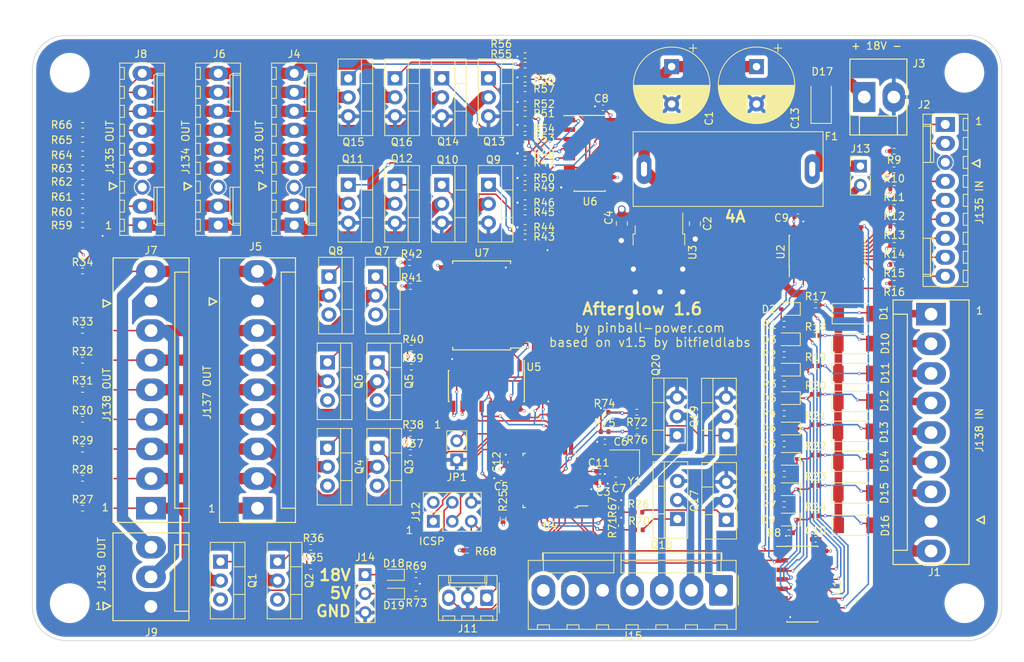
<source format=kicad_pcb>
(kicad_pcb (version 20211014) (generator pcbnew)
  (title_block (title "afterglow 1.3") (company "morbid cornflakes"))
  (layers (0 "F.Cu" signal) (1 "In1.Cu" signal) (2 "In2.Cu" signal) (31 "B.Cu" signal) (34 "B.Paste" user) (35 "F.Paste" user) (36 "B.SilkS" user "B.Silkscreen") (37 "F.SilkS" user "F.Silkscreen") (38 "B.Mask" user) (39 "F.Mask" user) (44 "Edge.Cuts" user))
  (net 0 "")
  (net 1 "/18V")
  (net 2 "GND")
  (net 3 "/RI1")
  (net 4 "/RI2")
  (net 5 "/RI3")
  (net 6 "/RI4")
  (net 7 "/RI5")
  (net 8 "/RI6")
  (net 9 "/RI7")
  (net 10 "/RI8")
  (net 11 "/J137_CO1")
  (net 12 "/J137_CO2")
  (net 13 "/J137_CO3")
  (net 14 "/J137_CO4")
  (net 15 "/J137_CO5")
  (net 16 "/J137_CO6")
  (net 17 "/J137_CO7")
  (net 18 "/J137_CO8")
  (net 19 "/J133_RO1")
  (net 20 "/J133_RO2")
  (net 21 "/J133_RO3")
  (net 22 "/J133_RO4")
  (net 23 "/J133_RO5")
  (net 24 "/J133_RO6")
  (net 25 "/J133_RO7")
  (net 26 "/J133_RO8")
  (net 27 "/RO1")
  (net 28 "/RO2")
  (net 29 "/RO3")
  (net 30 "/RO4")
  (net 31 "/RO5")
  (net 32 "/RO6")
  (net 33 "/RO7")
  (net 34 "/RO8")
  (net 35 "/CI1")
  (net 36 "/CI2")
  (net 37 "/CI3")
  (net 38 "/CI4")
  (net 39 "/CI5")
  (net 40 "/CI6")
  (net 41 "/CI7")
  (net 42 "/CI8")
  (net 43 "/CO1")
  (net 44 "/CO2")
  (net 45 "/CO3")
  (net 46 "/CO4")
  (net 47 "/CO5")
  (net 48 "/CO6")
  (net 49 "/CO7")
  (net 50 "/CO8")
  (net 51 "/IN_LOAD")
  (net 52 "/IN_DATA")
  (net 53 "/IN_CLK")
  (net 54 "Net-(U1-Pad10)")
  (net 55 "/OUT_DATA")
  (net 56 "/OUT_CLK")
  (net 57 "/OUT_LOAD")
  (net 58 "Net-(U5-Pad9)")
  (net 59 "Net-(Q9-Pad1)")
  (net 60 "Net-(Q10-Pad1)")
  (net 61 "Net-(Q11-Pad1)")
  (net 62 "Net-(Q12-Pad1)")
  (net 63 "Net-(Q13-Pad1)")
  (net 64 "Net-(Q14-Pad1)")
  (net 65 "Net-(Q15-Pad1)")
  (net 66 "Net-(Q16-Pad1)")
  (net 67 "Net-(U5-Pad1)")
  (net 68 "Net-(U5-Pad2)")
  (net 69 "Net-(U5-Pad3)")
  (net 70 "Net-(U5-Pad4)")
  (net 71 "Net-(U5-Pad5)")
  (net 72 "Net-(U5-Pad6)")
  (net 73 "Net-(U5-Pad7)")
  (net 74 "Net-(U5-Pad15)")
  (net 75 "/5V")
  (net 76 "/atmega/A2")
  (net 77 "/atmega/A3")
  (net 78 "/atmega/A4")
  (net 79 "/atmega/A5")
  (net 83 "/18VIN")
  (net 84 "Net-(D1-Pad2)")
  (net 85 "Net-(D10-Pad2)")
  (net 86 "Net-(D11-Pad2)")
  (net 87 "Net-(D12-Pad2)")
  (net 88 "Net-(D13-Pad2)")
  (net 89 "Net-(D14-Pad2)")
  (net 90 "Net-(D15-Pad2)")
  (net 91 "Net-(D16-Pad2)")
  (net 92 "Net-(D17-Pad1)")
  (net 93 "Net-(D17-Pad2)")
  (net 94 "/atmega/D8")
  (net 95 "/atmega/D9")
  (net 96 "/atmega/D10")
  (net 97 "/atmega/D11")
  (net 98 "/atmega/D12")
  (net 99 "/atmega/D13")
  (net 102 "Net-(Q17-Pad1)")
  (net 103 "/atmega/D0")
  (net 104 "/atmega/D1")
  (net 106 "/atmega/A1")
  (net 107 "/atmega/RESET")
  (net 108 "Net-(D18-Pad1)")
  (net 109 "Net-(C5-Pad1)")
  (net 110 "Net-(C6-Pad1)")
  (net 111 "Net-(C7-Pad1)")
  (net 114 "Net-(J15-Pad4)")
  (net 115 "+5V")
  (net 116 "Net-(J15-Pad1)")
  (net 117 "Net-(J15-Pad2)")
  (net 118 "Net-(J15-Pad3)")
  (net 119 "Net-(Q18-Pad1)")
  (net 120 "Net-(Q19-Pad1)")
  (net 121 "Net-(Q20-Pad1)")
  (net 122 "Net-(D19-Pad1)")
  (net 123 "/switcher/18V")
  (net 124 "/atmega/A0")
  (footprint "Resistor_SMD:R_0402_1005Metric" (layer "F.Cu") (at 138.25 65.5 180)
    (fp_text reference "R9")
    (fp_text value "1k")
  )
  (footprint "Resistor_SMD:R_0402_1005Metric" (layer "F.Cu") (at 138.25 68 180)
    (fp_text reference "R10")
    (fp_text value "1k")
  )
  (footprint "Resistor_SMD:R_0402_1005Metric" (layer "F.Cu") (at 138.265 70.485 180)
    (fp_text reference "R11")
    (fp_text value "1k")
  )
  (footprint "Resistor_SMD:R_0402_1005Metric" (layer "F.Cu") (at 138.265 73.025 180)
    (fp_text reference "R12")
    (fp_text value "1k")
  )
  (footprint "Resistor_SMD:R_0402_1005Metric" (layer "F.Cu") (at 138.265 75.565 180)
    (fp_text reference "R13")
    (fp_text value "1k")
  )
  (footprint "Resistor_SMD:R_0402_1005Metric" (layer "F.Cu") (at 138.265 78.105 180)
    (fp_text reference "R14")
    (fp_text value "1k")
  )
  (footprint "Resistor_SMD:R_0402_1005Metric" (layer "F.Cu") (at 138.265 80.645 180)
    (fp_text reference "R15")
    (fp_text value "1k")
  )
  (footprint "Resistor_SMD:R_0402_1005Metric" (layer "F.Cu") (at 138.265 83.185 180)
    (fp_text reference "R16")
    (fp_text value "1k")
  )
  (footprint "Resistor_SMD:R_0402_1005Metric" (layer "F.Cu") (at 29.709 109.284)
    (fp_text reference "R28")
    (fp_text value "10k")
  )
  (footprint "Connectors_Molex:Molex_KK-6410-09_09x2.54mm_Straight" (layer "F.Cu") (at 145.1 61.915 -90)
    (fp_text reference "J2")
    (fp_text value "J133_IN_R")
  )
  (footprint "Connectors_Molex:Molex_KK-6410-09_09x2.54mm_Straight" (layer "F.Cu") (at 47.86 75.4 90)
    (fp_text reference "J6")
    (fp_text value "J134_OUT_R")
  )
  (footprint "Connectors_Molex:Molex_KK-6410-09_09x2.54mm_Straight" (layer "F.Cu") (at 37.7 75.4 90)
    (fp_text reference "J8")
    (fp_text value "J135_OUT_R")
  )
  (footprint "Connectors_Molex:Molex_KK-41791-03_03x3.96mm_Straight" (layer "F.Cu") (at 38.859 126.434 90)
    (fp_text reference "J9")
    (fp_text value "136_OUT_C")
  )
  (footprint "Package_TO_SOT_THT:TO-220-3_Vertical" (layer "F.Cu") (at 77.75 70 -90)
    (fp_text reference "Q10")
    (fp_text value "IRLU024NPBF")
  )
  (footprint "Package_TO_SOT_THT:TO-220-3_Vertical" (layer "F.Cu") (at 65.25 70 -90)
    (fp_text reference "Q11")
    (fp_text value "IRLU024NPBF")
  )
  (footprint "Package_TO_SOT_THT:TO-220-3_Vertical" (layer "F.Cu") (at 71.5 70 -90)
    (fp_text reference "Q12")
    (fp_text value "IRLU024NPBF")
  )
  (footprint "Package_TO_SOT_THT:TO-220-3_Vertical" (layer "F.Cu") (at 84 55.75 -90)
    (fp_text reference "Q13")
    (fp_text value "IRLU024NPBF")
  )
  (footprint "Package_TO_SOT_THT:TO-220-3_Vertical" (layer "F.Cu") (at 77.75 55.75 -90)
    (fp_text reference "Q14")
    (fp_text value "IRLU024NPBF")
  )
  (footprint "Package_TO_SOT_THT:TO-220-3_Vertical" (layer "F.Cu") (at 65.25 55.75 -90)
    (fp_text reference "Q15")
    (fp_text value "IRLU024NPBF")
  )
  (footprint "Package_TO_SOT_THT:TO-220-3_Vertical" (layer "F.Cu") (at 71.5 55.75 -90)
    (fp_text reference "Q16")
    (fp_text value "IRLU024NPBF")
  )
  (footprint "Housings_SOIC:SOIC-16_3.9x9.9mm_Pitch1.27mm" (layer "F.Cu") (at 125.984 123.444)
    (fp_text reference "U1")
    (fp_text value "74LS165")
  )
  (footprint "Housings_SOIC:SOIC-16_3.9x9.9mm_Pitch1.27mm" (layer "F.Cu") (at 129.286 78.8416 90)
    (fp_text reference "U2")
    (fp_text value "74LS165")
  )
  (footprint "Housings_SOIC:SOIC-16_3.9x9.9mm_Pitch1.27mm" (layer "F.Cu") (at 97.536 65.786)
    (fp_text reference "U6")
    (fp_text value "74HC595")
  )
  (footprint "Capacitor_THT:CP_Radial_D10.0mm_P5.00mm" (layer "F.Cu") (at 108.5 54.182323 -90)
    (fp_text reference "C1")
    (fp_text value "1000uF")
  )
  (footprint "Capacitor_SMD:C_0805_2012Metric" (layer "F.Cu") (at 101.84 75.16 -90)
    (fp_text reference "C4")
    (fp_text value "330n")
  )
  (footprint "Connectors_Molex:Molex_KK-6410-09_09x2.54mm_Straight" (layer "F.Cu") (at 58.02 75.4 90)
    (fp_text reference "J4")
    (fp_text value "J133_OUT_R")
  )
  (footprint "Package_TO_SOT_THT:TO-220-3_Vertical" (layer "F.Cu") (at 69.114 105.194 -90)
    (fp_text reference "Q3")
    (fp_text value "IRFU9024NPBF")
  )
  (footprint "Package_TO_SOT_THT:TO-220-3_Vertical" (layer "F.Cu") (at 62.469 105.194 -90)
    (fp_text reference "Q4")
    (fp_text value "IRFU9024NPBF")
  )
  (footprint "Package_TO_SOT_THT:TO-220-3_Vertical" (layer "F.Cu") (at 62.469 93.764 -90)
    (fp_text reference "Q6")
    (fp_text value "IRFU9024NPBF")
  )
  (footprint "Package_TO_SOT_THT:TO-220-3_Vertical" (layer "F.Cu") (at 68.909 82.284 -90)
    (fp_text reference "Q7")
    (fp_text value "IRFU9024NPBF")
  )
  (footprint "Package_TO_SOT_THT:TO-220-3_Vertical" (layer "F.Cu") (at 62.659 82.284 -90)
    (fp_text reference "Q8")
    (fp_text value "IRFU9024NPBF")
  )
  (footprint "Resistor_SMD:R_0402_1005Metric" (layer "F.Cu") (at 29.709 101.384)
    (fp_text reference "R30")
    (fp_text value "10k")
  )
  (footprint "Resistor_SMD:R_0402_1005Metric" (layer "F.Cu") (at 29.709 93.484)
    (fp_text reference "R32")
    (fp_text value "10k")
  )
  (footprint "Resistor_SMD:R_0402_1005Metric" (layer "F.Cu") (at 29.709 89.484)
    (fp_text reference "R33")
    (fp_text value "10k")
  )
  (footprint "Resistor_SMD:R_0402_1005Metric" (layer "F.Cu") (at 29.709 81.534)
    (fp_text reference "R34")
    (fp_text value "10k")
  )
  (footprint "Resistor_SMD:R_0402_1005Metric" (layer "F.Cu") (at 29.72 75.365 180)
    (fp_text reference "R59")
    (fp_text value "10k")
  )
  (footprint "Resistor_SMD:R_0402_1005Metric" (layer "F.Cu") (at 29.72 71.555 180)
    (fp_text reference "R61")
    (fp_text value "10k")
  )
  (footprint "Resistor_SMD:R_0402_1005Metric" (layer "F.Cu") (at 29.72 67.745 180)
    (fp_text reference "R63")
    (fp_text value "10k")
  )
  (footprint "Resistor_SMD:R_0402_1005Metric" (layer "F.Cu") (at 29.72 65.84 180)
    (fp_text reference "R64")
    (fp_text value "10k")
  )
  (footprint "Resistor_SMD:R_0402_1005Metric" (layer "F.Cu") (at 29.72 63.935 180)
    (fp_text reference "R65")
    (fp_text value "10k")
  )
  (footprint "Resistor_SMD:R_0402_1005Metric" (layer "F.Cu") (at 29.72 62.03 180)
    (fp_text reference "R66")
    (fp_text value "10k")
  )
  (footprint "Connectors_Molex:Molex_KK-41791-9_9x3.96mm_Straight" (layer "F.Cu") (at 143.195 87.315 -90)
    (fp_text reference "J1")
    (fp_text value "J137_IN_C")
  )
  (footprint "Connectors_Molex:Molex_KK-41791-9_9x3.96mm_Straight" (layer "F.Cu") (at 53.109 113.284 90)
    (fp_text reference "J5")
    (fp_text value "J137_OUT_C")
  )
  (footprint "Connectors_Molex:Molex_KK-41791-9_9x3.96mm_Straight" (layer "F.Cu") (at 38.869 113.284 90)
    (fp_text reference "J7")
    (fp_text value "J138_OUT_C")
  )
  (footprint "Package_TO_SOT_THT:TO-220-3_Vertical" (layer "F.Cu") (at 55.779 120.434 -90)
    (fp_text reference "Q2")
    (fp_text value "IRFU9024NPBF")
  )
  (footprint "Resistor_SMD:R_0402_1005Metric" (layer "F.Cu") (at 29.72 69.65 180)
    (fp_text reference "R62")
    (fp_text value "10k")
  )
  (footprint "Resistor_SMD:R_0402_1005Metric" (layer "F.Cu") (at 29.709 113.284)
    (fp_text reference "R27")
    (fp_text value "10k")
  )
  (footprint "Resistor_SMD:R_0402_1005Metric" (layer "F.Cu") (at 29.709 105.384)
    (fp_text reference "R29")
    (fp_text value "10k")
  )
  (footprint "Resistor_SMD:R_0402_1005Metric" (layer "F.Cu") (at 29.709 97.384)
    (fp_text reference "R31")
    (fp_text value "10k")
  )
  (footprint "Diode_SMD:D_SOD-128" (layer "F.Cu") (at 133 91.25)
    (fp_text reference "D10")
    (fp_text value "RB080")
  )
  (footprint "Diode_SMD:D_SOD-128" (layer "F.Cu") (at 128.5 58.7 90)
    (fp_text reference "D17")
    (fp_text value "RB080")
  )
  (footprint "Diode_SMD:D_SOD-128" (layer "F.Cu") (at 133 107)
    (fp_text reference "D14")
    (fp_text value "RB080")
  )
  (footprint "Diode_SMD:D_SOD-128" (layer "F.Cu") (at 132.95 103)
    (fp_text reference "D13")
    (fp_text value "RB080")
  )
  (footprint "Diode_SMD:D_SOD-128" (layer "F.Cu") (at 133.05 87.25)
    (fp_text reference "D1")
    (fp_text value "RB080")
  )
  (footprint "Diode_SMD:D_SOD-128" (layer "F.Cu") (at 133 95.25)
    (fp_text reference "D11")
    (fp_text value "RB080")
  )
  (footprint "Diode_SMD:D_SOD-128" (layer "F.Cu") (at 133 99)
    (fp_text reference "D12")
    (fp_text value "RB080")
  )
  (footprint "Connectors_Molex:Molex_KK-41791-02_02x3.96mm_Straight" (layer "F.Cu") (at 134.25 58.25)
    (fp_text reference "J3")
    (fp_text value "Conn_Power")
  )
  (footprint "Package_TO_SOT_THT:TO-220-3_Vertical" (layer "F.Cu") (at 84 70 -90)
    (fp_text reference "Q9")
    (fp_text value "IRLU024NPBF")
  )
  (footprint "Package_TO_SOT_SMD:TO-252-2" (layer "F.Cu") (at 106.8 79.05 -90)
    (fp_text reference "U3")
    (fp_text value "MC7805BDTG")
  )
  (footprint "Resistor_SMD:R_0402_1005Metric" (layer "F.Cu") (at 104.0618 113.8174 180)
    (fp_text reference "R26")
    (fp_text value "220")
  )
  (footprint "Capacitor_SMD:C_0805_2012Metric" (layer "F.Cu") (at 111.61 75.19 -90)
    (fp_text reference "C2")
    (fp_text value "330n/25V")
  )
  (footprint "Diode_SMD:D_SOD-128" (layer "F.Cu") (at 133 111.25)
    (fp_text reference "D15")
    (fp_text value "RB080")
  )
  (footprint "Diode_SMD:D_SOD-128" (layer "F.Cu") (at 133.05 115.57)
    (fp_text reference "D16")
    (fp_text value "RB080")
  )
  (footprint "Resistor_SMD:R_0402_1005Metric" (layer "F.Cu") (at 88.9 55.88)
    (fp_text reference "R58")
    (fp_text value "10k")
  )
  (footprint "Housings_SOIC:SOIC-18W_7.5x11.6mm_Pitch1.27mm" (layer "F.Cu") (at 83.084 86.144 180)
    (fp_text reference "U7")
    (fp_text value "ULN2803A")
  )
  (footprint "Housings_SOIC:SOIC-16_3.9x9.9mm_Pitch1.27mm" (layer "F.Cu") (at 83.719 96.939 -90)
    (fp_text reference "U5")
    (fp_text value "74HC595")
  )
  (footprint "Package_TO_SOT_THT:TO-220-3_Vertical" (layer "F.Cu") (at 48.159 120.434 -90)
    (fp_text reference "Q1")
    (fp_text value "IRFU9024NPBF")
  )
  (footprint "Resistor_SMD:R_0402_1005Metric" (layer "F.Cu") (at 60.224 118.529)
    (fp_text reference "R36")
    (fp_text value "2k")
  )
  (footprint "Resistor_SMD:R_0402_1005Metric" (layer "F.Cu") (at 73.559 105.829)
    (fp_text reference "R37")
    (fp_text value "2k")
  )
  (footprint "Package_TO_SOT_THT:TO-220-3_Vertical" (layer "F.Cu") (at 69.114 93.764 -90)
    (fp_text reference "Q5")
    (fp_text value "IRFU9024NPBF")
  )
  (footprint "Resistor_SMD:R_0402_1005Metric" (layer "F.Cu") (at 29.72 73.46 180)
    (fp_text reference "R60")
    (fp_text value "10k")
  )
  (footprint "Package_TO_SOT_THT:TO-220-3_Vertical" (layer "F.Cu") (at 109.276 114.7318 90)
    (fp_text reference "Q18")
    (fp_text value "IRLU024NPBF")
  )
  (footprint "Resistor_SMD:R_0402_1005Metric" (layer "F.Cu") (at 88.9 75.692)
    (fp_text reference "R44")
    (fp_text value "10k")
  )
  (footprint "Resistor_SMD:R_0402_1005Metric" (layer "F.Cu") (at 73.559 103.289)
    (fp_text reference "R38")
    (fp_text value "2k")
  )
  (footprint "Diode_SMD:D_SOD-323" (layer "F.Cu") (at 124.206 86.614 180)
    (fp_text reference "D2")
    (fp_text value "4.7V")
  )
  (footprint "Resistor_SMD:R_0402_1005Metric" (layer "F.Cu") (at 88.9 70.358)
    (fp_text reference "R49")
    (fp_text value "220")
  )
  (footprint "Resistor_SMD:R_0402_1005Metric" (layer "F.Cu") (at 123.5456 104.6988 180)
    (fp_text reference "R5")
    (fp_text value "1k")
  )
  (footprint "Resistor_SMD:R_0402_1005Metric" (layer "F.Cu") (at 123.5476 96.6216 180)
    (fp_text reference "R3")
    (fp_text value "1k")
  )
  (footprint "Resistor_SMD:R_0402_1005Metric" (layer "F.Cu") (at 85.9536 114.6556 90)
    (fp_text reference "R25")
    (fp_text value "10k")
  )
  (footprint "Resistor_SMD:R_0402_1005Metric" (layer "F.Cu") (at 124.208 116.586 180)
    (fp_text reference "R8")
    (fp_text value "1k")
  )
  (footprint "MountingHole:MountingHole_4.3mm_M4" (layer "F.Cu") (at 147.65 126)
    (fp_text reference "H4" hide)
    (fp_text value "MountingHole")
  )
  (footprint "Resistor_SMD:R_0402_1005Metric" (layer "F.Cu") (at 127.762 102.108)
    (fp_text reference "R21")
    (fp_text value "1k")
  )
  (footprint "Package_TO_SOT_THT:TO-220-3_Vertical" (layer "F.Cu") (at 109.2252 103.5304 90)
    (fp_text reference "Q20")
    (fp_text value "IRLU024NPBF")
  )
  (footprint "Connector_Molex:Molex_KK-396_A-41791-0007_1x07_P3.96mm_Vertical" (layer "F.Cu") (at 115.1056 124.2788 180)
    (fp_text reference "J15")
    (fp_text value "Conn_01x07_Male")
  )
  (footprint "Resistor_SMD:R_0402_1005Metric" (layer "F.Cu") (at 127.762 90.17)
    (fp_text reference "R18")
    (fp_text value "1k")
  )
  (footprint "MountingHole:MountingHole_4.3mm_M4" (layer "F.Cu") (at 28 55)
    (fp_text reference "H1" hide)
    (fp_text value "MountingHole")
  )
  (footprint "Resistor_SMD:R_0402_1005Metric" (layer "F.Cu") (at 88.9 52.705)
    (fp_text reference "R56")
    (fp_text value "10k")
  )
  (footprint "Resistor_SMD:R_0402_1005Metric" (layer "F.Cu") (at 74.31 124.73)
    (fp_text reference "R73")
    (fp_text value "390")
  )
  (footprint "Connector_Molex:Molex_KK-254_AE-6410-03A_1x03_P2.54mm_Vertical" (layer "F.Cu") (at 83.7692 125.2728 180)
    (fp_text reference "J11")
    (fp_text value "Conn_01x03_Male")
  )
  (footprint "Resistor_SMD:R_0402_1005Metric" (layer "F.Cu") (at 123.5456 112.776 180)
    (fp_text reference "R7")
    (fp_text value "1k")
  )
  (footprint "Diode_SMD:D_SOD-323" (layer "F.Cu") (at 124.206 94.742 180)
    (fp_text reference "D4")
    (fp_text value "4.7V")
  )
  (footprint "Resistor_SMD:R_0402_1005Metric" (layer "F.Cu") (at 88.9 76.962)
    (fp_text reference "R43")
    (fp_text value "220")
  )
  (footprint "Resistor_SMD:R_0402_1005Metric" (layer "F.Cu") (at 81.153 118.9228)
    (fp_text reference "R68")
    (fp_text value "100k")
  )
  (footprint "Capacitor_SMD:C_0402_1005Metric" (layer "F.Cu") (at 101.0412 109.474 180)
    (fp_text reference "C7")
    (fp_text value "22p")
  )
  (footprint "Resistor_SMD:R_0402_1005Metric" (layer "F.Cu") (at 127.76 98.044)
    (fp_text reference "R20")
    (fp_text value "1k")
  )
  (footprint "Resistor_SMD:R_0402_1005Metric" (layer "F.Cu") (at 88.898 57.15)
    (fp_text reference "R57")
    (fp_text value "220")
  )
  (footprint "Resistor_SMD:R_0402_1005Metric" (layer "F.Cu") (at 103.886 102.9716 180)
    (fp_text reference "R76")
    (fp_text value "220")
  )
  (footprint "Resistor_SMD:R_0402_1005Metric" (layer "F.Cu") (at 73.684 94.399)
    (fp_text reference "R39")
    (fp_text value "2k")
  )
  (footprint "Resistor_SMD:R_0402_1005Metric" (layer "F.Cu") (at 88.9 67.056)
    (fp_text reference "R47")
    (fp_text value "220")
  )
  (footprint "Resistor_SMD:R_0402_1005Metric" (layer "F.Cu") (at 101.7778 115.6208 -90)
    (fp_text reference "R71")
    (fp_text value "10k")
  )
  (footprint "Resistor_SMD:R_0402_1005Metric" (layer "F.Cu") (at 73.684 91.859)
    (fp_text reference "R40")
    (fp_text value "2k")
  )
  (footprint "Resistor_SMD:R_0402_1005Metric" (layer "F.Cu") (at 127.76 86.106)
    (fp_text reference "R17")
    (fp_text value "1k")
  )
  (footprint "Resistor_SMD:R_0402_1005Metric" (layer "F.Cu") (at 88.898 60.452)
    (fp_text reference "R51")
    (fp_text value "220")
  )
  (footprint "Resistor_SMD:R_0402_1005Metric" (layer "F.Cu") (at 88.9 72.39)
    (fp_text reference "R46")
    (fp_text value "10k")
  )
  (footprint "Resistor_SMD:R_0402_1005Metric" (layer "F.Cu") (at 123.5456 88.646 180)
    (fp_text reference "R1")
    (fp_text value "1k")
  )
  (footprint "Crystal:Crystal_SMD_3225-4Pin_3.2x2.5mm" (layer "F.Cu") (at 102.2096 107.1372 180)
    (fp_text reference "Y1")
    (fp_text value "Crystal_GND24_Small")
  )
  (footprint "Resistor_SMD:R_0402_1005Metric" (layer "F.Cu") (at 88.898 69.088)
    (fp_text reference "R50")
    (fp_text value "10k")
  )
  (footprint "Resistor_SMD:R_0402_1005Metric" (layer "F.Cu") (at 101.8032 113.2352 -90)
    (fp_text reference "R67")
    (fp_text value "10k")
  )
  (footprint "Capacitor_SMD:C_0402_1005Metric" (layer "F.Cu") (at 98.9 109.85)
    (fp_text reference "C3")
    (fp_text value "100n")
  )
  (footprint "Resistor_SMD:R_0402_1005Metric" (layer "F.Cu") (at 127.76 114.3)
    (fp_text reference "R24")
    (fp_text value "1k")
  )
  (footprint "Resistor_SMD:R_0402_1005Metric" (layer "F.Cu") (at 99.5152 100.4316)
    (fp_text reference "R74")
    (fp_text value "10k")
  )
  (footprint "Capacitor_SMD:C_0402_1005Metric" (layer "F.Cu") (at 98.9356 108.3564)
    (fp_text reference "C11")
    (fp_text value "100n")
  )
  (footprint "Diode_SMD:D_SOD-323" (layer "F.Cu") (at 124.206 102.616 180)
    (fp_text reference "D6")
    (fp_text value "4.7V")
  )
  (footprint "Resistor_SMD:R_0402_1005Metric" (layer "F.Cu") (at 104.1166 116.1796 180)
    (fp_text reference "R70")
    (fp_text value "220")
  )
  (footprint "MountingHole:MountingHole_4.3mm_M4" (layer "F.Cu") (at 28 126)
    (fp_text reference "H2" hide)
    (fp_text value "MountingHole")
  )
  (footprint "Package_QFP:TQFP-32_7x7mm_P0.8mm" (layer "F.Cu") (at 92.2528 109.5756 180)
    (fp_text reference "U4")
    (fp_text value "ATmega328-A")
  )
  (footprint "Capacitor_SMD:C_0402_1005Metric" (layer "F.Cu") (at 86.2584 107.1372 90)
    (fp_text reference "C12")
    (fp_text value "100n")
  )
  (footprint "Resistor_SMD:R_0402_1005Metric" (layer "F.Cu") (at 127.762 94.234)
    (fp_text reference "R19")
    (fp_text value "1k")
  )
  (footprint "Connector_PinHeader_2.54mm:PinHeader_2x03_P2.54mm_Vertical" (layer "F.Cu") (at 76.6214 115.0416 90)
    (fp_text reference "J12")
    (fp_text value "ICSP")
  )
  (footprint "Capacitor_SMD:C_0402_1005Metric" (layer "F.Cu") (at 99.568 104.394 180)
    (fp_text reference "C6")
    (fp_text value "22p")
  )
  (footprint "Resistor_SMD:R_0402_1005Metric" (layer "F.Cu") (at 103.8352 100.4316 180)
    (fp_text reference "R72")
    (fp_text value "220")
  )
  (footprint "LED_SMD:LED_0603_1608Metric" (layer "F.Cu") (at 71.26 122.2 180)
    (fp_text reference "D18")
    (fp_text value "LED")
  )
  (footprint "Resistor_SMD:R_0402_1005Metric" (layer "F.Cu") (at 123.5436 92.71 180)
    (fp_text reference "R2")
    (fp_text value "1k")
  )
  (footprint "Resistor_SMD:R_0402_1005Metric" (layer "F.Cu") (at 123.5476 100.584 180)
    (fp_text reference "R4")
    (fp_text value "1k")
  )
  (footprint "Resistor_SMD:R_0402_1005Metric" (layer "F.Cu") (at 60.224 121.069)
    (fp_text reference "R35")
    (fp_text value "2k")
  )
  (footprint "Resistor_SMD:R_0402_1005Metric" (layer "F.Cu") (at 74.31 122.2)
    (fp_text reference "R69")
    (fp_text value "3300")
  )
  (footprint "Resistor_SMD:R_0402_1005Metric" (layer "F.Cu") (at 88.9 65.786)
    (fp_text reference "R48")
    (fp_text value "10k")
  )
  (footprint "Diode_SMD:D_SOD-323" (layer "F.Cu") (at 124.206 114.808 180)
    (fp_text reference "D9")
    (fp_text value "4.7V")
  )
  (footprint "Capacitor_SMD:C_0402_1005Metric" (layer "F.Cu") (at 125.4024 74.2696)
    (fp_text reference "C9")
    (fp_text value "100n")
  )
  (footprint "MountingHole:MountingHole_4.3mm_M4" (layer "F.Cu") (at 147.65 55)
    (fp_text reference "H3" hide)
    (fp_text value "MountingHole")
  )
  (footprint "Connector_PinHeader_2.54mm:PinHeader_1x02_P2.54mm_Vertical" (layer "F.Cu") (at 79.756 106.807 180)
    (fp_text reference "JP1")
    (fp_text value "TEST")
  )
  (footprint "Resistor_SMD:R_0402_1005Metric" (layer "F.Cu") (at 88.9 59.182)
    (fp_text reference "R52")
    (fp_text value "10k")
  )
  (footprint "Resistor_SMD:R_0402_1005Metric" (layer "F.Cu") (at 73.434 80.429)
    (fp_text reference "R42")
    (fp_text value "2k")
  )
  (footprint "Capacitor_THT:CP_Radial_D10.0mm_P5.00mm" (layer "F.Cu") (at 119.85 54.182323 -90)
    (fp_text reference "C13")
    (fp_text value "1000uF")
  )
  (footprint "Resistor_SMD:R_0402_1005Metric" (layer "F.Cu") (at 99.5426 103.0478)
    (fp_text reference "R75")
    (fp_text value "10k")
  )
  (footprint "Package_TO_SOT_THT:TO-220-3_Vertical" (layer "F.Cu") (at 115.8038 114.8334 90)
    (fp_text reference "Q17")
    (fp_text value "IRLU024NPBF")
  )
  (footprint "Resistor_SMD:R_0402_1005Metric" (layer "F.Cu") (at 123.5476 108.712 180)
    (fp_text reference "R6")
    (fp_text value "1k")
  )
  (footprint "Resistor_SMD:R_0402_1005Metric" (layer "F.Cu") (at 127.76 110.236)
    (fp_text reference "R23")
    (fp_text value "1k")
  )
  (footprint "Connector_PinHeader_2.54mm:PinHeader_1x03_P2.54mm_Vertical" (layer "F.Cu") (at 67.5 122.18)
    (fp_text reference "J14")
    (fp_text value "Conn_01x03_Male")
  )
  (footprint "Capacitor_SMD:C_0402_1005Metric" (layer "F.Cu") (at 85.6996 109.22 180)
    (fp_text reference "C5")
    (fp_text value "100n")
  )
  (footprint "Capacitor_SMD:C_0402_1005Metric" (layer "F.Cu") (at 99.314 59.69 180)
    (fp_text reference "C8")
    (fp_text value "100n")
  )
  (footprint "Connector_PinHeader_2.54mm:PinHeader_1x02_P2.54mm_Vertical" (layer "F.Cu") (at 133.75 67.5)
    (fp_text reference "J13")
    (fp_text value "Conn_01x02_Male")
  )
  (footprint "Resistor_SMD:R_0402_1005Metric" (layer "F.Cu") (at 88.9 53.975)
    (fp_text reference "R55")
    (fp_text value "220")
  )
  (footprint "Resistor_SMD:R_0402_1005Metric" (layer "F.Cu") (at 88.898 73.66)
    (fp_text reference "R45")
    (fp_text value "220")
  )
  (footprint "Diode_SMD:D_SOD-323" (layer "F.Cu") (at 124.206 98.552 180)
    (fp_text reference "D5")
    (fp_text value "4.7V")
  )
  (footprint "Fuse_Holder:Fuse_C58066_XS1033_1" (layer "F.Cu") (at 116.0526 67.8942 180)
    (fp_text reference "F1")
    (fp_text value "4A")
  )
  (footprint "Package_TO_SOT_THT:TO-220-3_Vertical" (layer "F.Cu") (at 115.7784 103.5558 90)
    (fp_text reference "Q19")
    (fp_text value "IRLU024NPBF")
  )
  (footprint "LED_SMD:LED_0603_1608Metric" (layer "F.Cu") (at 71.28 124.73 180)
    (fp_text reference "D19")
    (fp_text value "LED")
  )
  (footprint "Resistor_SMD:R_0402_1005Metric" (layer "F.Cu") (at 88.898 63.754)
    (fp_text reference "R53")
    (fp_text value "220")
  )
  (footprint "Diode_SMD:D_SOD-323" (layer "F.Cu") (at 124.206 106.68 180)
    (fp_text reference "D7")
    (fp_text value "4.7V")
  )
  (footprint "Diode_SMD:D_SOD-323" (layer "F.Cu") (at 124.206 110.744 180)
    (fp_text reference "D8")
    (fp_text value "4.7V")
  )
  (footprint "Capacitor_SMD:C_0402_1005Metric" (layer "F.Cu") (at 127.762 117.4496 180)
    (fp_text reference "C10")
    (fp_text value "100n")
  )
  (footprint "Resistor_SMD:R_0402_1005Metric" (layer "F.Cu") (at 73.559 83.604)
    (fp_text reference "R41")
    (fp_text value "2k")
  )
  (footprint "Resistor_SMD:R_0402_1005Metric" (layer "F.Cu") (at 127.76 106.172)
    (fp_text reference "R22")
    (fp_text value "1k")
  )
  (footprint "Resistor_SMD:R_0402_1005Metric" (layer "F.Cu") (at 88.9 62.484)
    (fp_text reference "R54")
    (fp_text value "10k")
  )
  (footprint "Diode_SMD:D_SOD-323" (layer "F.Cu") (at 124.206 90.678 180)
    (fp_text reference "D3")
    (fp_text value "4.7V")
  )
  (gr_line (start 32.462582 85.371208) (end 33.462582 85.871208) (layer "F.SilkS") (width 0.2))
  (gr_line (start 32.462582 86.371208) (end 32.462582 85.371208) (layer "F.SilkS") (width 0.2))
  (gr_line (start 33.462582 85.871208) (end 32.462582 86.371208) (layer "F.SilkS") (width 0.2))
  (gr_line (start 33.303582 70.687208) (end 33.303582 69.687208) (layer "F.SilkS") (width 0.2))
  (gr_line (start 33.303582 69.687208) (end 34.303582 70.187208) (layer "F.SilkS") (width 0.2))
  (gr_line (start 34.303582 70.187208) (end 33.303582 70.687208) (layer "F.SilkS") (width 0.2))
  (gr_line (start 32.462582 125.871208) (end 33.462582 126.371208) (layer "F.SilkS") (width 0.2))
  (gr_line (start 32.462582 126.871208) (end 32.462582 125.871208) (layer "F.SilkS") (width 0.2))
  (gr_line (start 33.462582 126.371208) (end 32.462582 126.871208) (layer "F.SilkS") (width 0.2))
  (gr_line (start 44.303582 70.187208) (end 43.303582 70.687208) (layer "F.SilkS") (width 0.2))
  (gr_line (start 43.303582 69.687208) (end 44.303582 70.187208) (layer "F.SilkS") (width 0.2))
  (gr_line (start 43.303582 70.687208) (end 43.303582 69.687208) (layer "F.SilkS") (width 0.2))
  (gr_line (start 54.303582 70.187208) (end 53.303582 70.687208) (layer "F.SilkS") (width 0.2))
  (gr_line (start 53.303582 70.687208) (end 53.303582 69.687208) (layer "F.SilkS") (width 0.2))
  (gr_line (start 53.303582 69.687208) (end 54.303582 70.187208) (layer "F.SilkS") (width 0.2))
  (gr_line (start 149.72 66.62) (end 149.72 67.62) (layer "F.SilkS") (width 0.2))
  (gr_line (start 149.72 67.62) (end 148.72 67.12) (layer "F.SilkS") (width 0.2))
  (gr_line (start 148.72 67.12) (end 149.72 66.62) (layer "F.SilkS") (width 0.2))
  (gr_line (start 46.662582 86.121208) (end 46.662582 85.121208) (layer "F.SilkS") (width 0.2))
  (gr_line (start 47.662582 85.621208) (end 46.662582 86.121208) (layer "F.SilkS") (width 0.2))
  (gr_line (start 46.662582 85.121208) (end 47.662582 85.621208) (layer "F.SilkS") (width 0.2))
  (gr_line (start 149.315 114.85) (end 150.315 114.35) (layer "F.SilkS") (width 0.2))
  (gr_line (start 150.315 114.35) (end 150.315 115.35) (layer "F.SilkS") (width 0.2))
  (gr_line (start 150.315 115.35) (end 149.315 114.85) (layer "F.SilkS") (width 0.2))
  (gr_arc (start 152.65 126.5) (mid 151.331981 129.681981) (end 148.15 131) (layer "Edge.Cuts") (width 0.1))
  (gr_line (start 152.65 54.5) (end 152.65 125.5) (layer "Edge.Cuts") (width 0.1))
  (gr_arc (start 148.15 50) (mid 151.331981 51.318019) (end 152.65 54.5) (layer "Edge.Cuts") (width 0.1))
  (gr_line (start 131.75 50) (end 148.15 50) (layer "Edge.Cuts") (width 0.1))
  (gr_line (start 152.65 126.5) (end 152.65 125.5) (layer "Edge.Cuts") (width 0.1))
  (gr_line (start 29.5 50) (end 131.75 50) (layer "Edge.Cuts") (width 0.1))
  (gr_line (start 148.15 131) (end 131.75 131) (layer "Edge.Cuts") (width 0.1))
  (gr_line (start 29.5 131) (end 131.75 131) (layer "Edge.Cuts") (width 0.1))
  (gr_line (start 27.5 131) (end 29.5 131) (layer "Edge.Cuts") (width 0.1))
  (gr_line (start 23 125.5) (end 23 126.5) (layer "Edge.Cuts") (width 0.1))
  (gr_line (start 23 54.5) (end 23 125.5) (layer "Edge.Cuts") (width 0.1))
  (gr_line (start 27.5 50) (end 29.5 50) (layer "Edge.Cuts") (width 0.1))
  (gr_arc (start 23 54.5) (mid 24.318019 51.318019) (end 27.5 50) (layer "Edge.Cuts") (width 0.1))
  (gr_arc (start 27.5 131) (mid 24.318019 129.681981) (end 23 126.5) (layer "Edge.Cuts") (width 0.1))
  (gr_text "v1.5" (at 26.309 82.934 90) (layer "F.Cu") (effects (font (size 1 1) (thickness 0.25))))
  (gr_text "1" (at 32.759 113.184) (layer "F.SilkS") (effects (font (size 1 1))))
  (gr_text "J137 OUT" (at 46.359 97.784 90) (layer "F.SilkS") (effects (font (size 1 1))))
  (gr_text "J136 OUT" (at 32.259 120.784 90) (layer "F.SilkS") (effects (font (size 1 1))))
  (gr_text "J135 OUT" (at 33.35 65 90) (layer "F.SilkS") (effects (font (size 1 1))))
  (gr_text "J134 OUT" (at 43.5 65 90) (layer "F.SilkS") (effects (font (size 1 1))))
  (gr_text "J133 OUT" (at 53.35 65 90) (layer "F.SilkS") (effects (font (size 1 1))))
  (gr_text "1" (at 149.585 61.485) (layer "F.SilkS") (effects (font (size 1 1))))
  (gr_text "1" (at 149.68 86.85) (layer "F.SilkS") (effects (font (size 1 1))))
  (gr_text "J135 IN" (at 149.65 72.35 90) (layer "F.SilkS") (effects (font (size 1 1))))
  (gr_text "J138 IN" (at 149.65 102.85 90) (layer "F.SilkS") (effects (font (size 1 1))))
  (gr_text "1" (at 31.859 126.384) (layer "F.SilkS") (effects (font (size 1 1))))
  (gr_text "1" (at 47.009 113.334) (layer "F.SilkS") (effects (font (size 1 1))))
  (gr_text "18V\n5V\nGND" (at 65.74 124.65) (layer "F.SilkS") (effects (font (size 1.5 1.5) (thickness 0.3)) (justify right)))
  (gr_text "by pinball-power.com\nbased on v1.5 by bitfieldlabs\n" (at 105.5878 90.1192) (layer "F.SilkS") (effects (font (size 1.2 1.2))))
  (gr_text "1" (at 33.2 75.45) (layer "F.SilkS") (effects (font (size 1 1))))
  (gr_text "J138 OUT" (at 32.949 98.134 90) (layer "F.SilkS") (effects (font (size 1 1))))
  (gr_text "Afterglow 1.6" (at 104.5718 86.614) (layer "F.SilkS") (effects (font (size 1.6 1.6) (thickness 0.3))))
  (gr_text "1" (at 77.216 102.108) (layer "F.SilkS") (effects (font (size 1 1))))
  (gr_text "1" (at 73.4314 116.2304) (layer "F.SilkS") (effects (font (size 1 1))))
  (gr_text "+ 18V -" (at 135.9 51.4) (layer "F.SilkS") (effects (font (size 1 1))))
  (gr_text "4A" (at 116.98 74.26) (layer "F.SilkS") (effects (font (size 1.5 1.5) (thickness 0.3))))
  (segment (start 73.049 103.289) (end 73.049 105.829) (width 0.2) (layer "F.Cu") (net 1))
  (segment (start 29.21 63.935) (end 29.21 65.84) (width 0.2) (layer "F.Cu") (net 1))
  (segment (start 29.21 69.65) (end 29.21 71.555) (width 0.2) (layer "F.Cu") (net 1))
  (segment (start 29.21 67.745) (end 29.21 69.65) (width 0.2) (layer "F.Cu") (net 1))
  (segment (start 29.21 75.365) (end 29.21 78.74) (width 0.2) (layer "F.Cu") (net 1))
  (segment (start 111.61 74.24) (end 109.69 74.24) (width 1.016) (layer "F.Cu") (net 1))
  (segment (start 67.5 122.18) (end 70.4525 122.18) (width 0.2) (layer "F.Cu") (net 1))
  (segment (start 73.049 83.604) (end 72.5296 83.604) (width 0.2) (layer "F.Cu") (net 1))
  (segment (start 109.69 74.24) (end 109.08 74.85) (width 1.016) (layer "F.Cu") (net 1))
  (segment (start 77.508 81.064) (end 77.216 80.772) (width 0.2) (layer "F.Cu") (net 1))
  (segment (start 72.924 80.429) (end 72.3518 80.429) (width 0.2) (layer "F.Cu") (net 1))
  (segment (start 119.85 54.182323) (end 108.5 54.182323) (width 1.524) (layer "F.Cu") (net 1))
  (segment (start 29.21 65.84) (end 29.21 67.745) (width 0.2) (layer "F.Cu") (net 1))
  (segment (start 72.5296 83.604) (end 72.4408 83.5152) (width 0.2) (layer "F.Cu") (net 1))
  (segment (start 73.174 92.871) (end 73.305 93.002) (width 0.2) (layer "F.Cu") (net 1))
  (segment (start 73.174 92.871) (end 73.174 94.399) (width 0.2) (layer "F.Cu") (net 1))
  (segment (start 29.21 71.555) (end 29.21 73.46) (width 0.2) (layer "F.Cu") (net 1))
  (segment (start 29.21 62.03) (end 29.21 63.935) (width 0.2) (layer "F.Cu") (net 1))
  (segment (start 73.174 91.859) (end 73.174 92.871) (width 0.2) (layer "F.Cu") (net 1))
  (segment (start 104.82 57.862323) (end 108.5 54.182323) (width 1.524) (layer "F.Cu") (net 1))
  (segment (start 104.82 67.98) (end 104.82 57.862323) (width 1.524) (layer "F.Cu") (net 1))
  (segment (start 59.714 118.529) (end 59.714 121.069) (width 0.2) (layer "F.Cu") (net 1))
  (segment (start 29.21 73.46) (end 29.21 75.365) (width 0.2) (layer "F.Cu") (net 1))
  (segment (start 72.3518 80.429) (end 72.2884 80.3656) (width 0.2) (layer "F.Cu") (net 1))
  (segment (start 109.08 74.85) (end 109.08 72.24) (width 1.524) (layer "F.Cu") (net 1))
  (segment (start 29.21 78.74) (end 29.845 79.375) (width 0.2) (layer "F.Cu") (net 1))
  (segment (start 109.08 72.24) (end 104.82 67.98) (width 1.524) (layer "F.Cu") (net 1))
  (via (at 72.2884 80.3656) (size 0.4) (drill 0.25) (layers "F.Cu" "B.Cu") (net 1))
  (via (at 59.714 120.055) (size 0.4) (drill 0.25) (layers "F.Cu" "B.Cu") (net 1))
  (via (at 29.845 79.375) (size 0.4) (drill 0.25) (layers "F.Cu" "B.Cu") (net 1))
  (via (at 72.4408 83.5152) (size 0.4) (drill 0.25) (layers "F.Cu" "B.Cu") (net 1))
  (via (at 73.049 104.434) (size 0.4) (drill 0.25) (layers "F.Cu" "B.Cu") (net 1))
  (via (at 73.305 93.002) (size 0.4) (drill 0.25) (layers "F.Cu" "B.Cu") (net 1))
  (via (at 77.216 80.772) (size 0.4) (drill 0.25) (layers "F.Cu" "B.Cu") (net 1))
  (segment (start 88.388 69.088) (end 87.884 69.088) (width 0.2) (layer "F.Cu") (net 2))
  (segment (start 106.8 81.15) (end 109.852 81.15) (width 1.016) (layer "F.Cu") (net 2))
  (segment (start 109.852 81.15) (end 109.982 81.28) (width 1.016) (layer "F.Cu") (net 2))
  (segment (start 111.61 77.2) (end 111.66 77.25) (width 1.016) (layer "F.Cu") (net 2))
  (segment (start 94.836 70.231) (end 93.853 70.231) (width 0.2) (layer "F.Cu") (net 2))
  (segment (start 86.2584 106.172) (end 86.3092 106.1212) (width 0.2) (layer "F.Cu") (net 2))
  (segment (start 29.199 97.384) (end 29.199 101.384) (width 0.2) (layer "F.Cu") (net 2))
  (segment (start 79.274 94.239) (end 79.274 93.4472) (width 0.2) (layer "F.Cu") (net 2))
  (segment (start 123.698 116.586) (end 123.698 116.8908) (width 0.2) (layer "F.Cu") (net 2))
  (segment (start 99.0052 99.9276) (end 99.0346 99.8982) (width 0.2) (layer "F.Cu") (net 2))
  (segment (start 88.39 75.692) (end 87.884 75.692) (width 0.2) (layer "F.Cu") (net 2))
  (segment (start 123.156 88.7664) (end 123.156 90.678) (width 0.2) (layer "F.Cu") (net 2))
  (segment (start 133.731 82.169) (end 134.1628 82.6008) (width 0.2) (layer "F.Cu") (net 2))
  (segment (start 88.39 52.705) (end 88.011 52.705) (width 0.2) (layer "F.Cu") (net 2))
  (segment (start 123.156 98.552) (end 123.156 100.4656) (width 0.2) (layer "F.Cu") (net 2))
  (segment (start 29.199 113.284) (end 29.199 101.384) (width 0.2) (layer "F.Cu") (net 2))
  (segment (start 93.853 70.231) (end 93.726 70.358) (width 0.2) (layer "F.Cu") (net 2))
  (segment (start 85.2196 109.22) (end 84.836 109.22) (width 0.2) (layer "F.Cu") (net 2))
  (segment (start 101.8032 112.268) (end 101.7524 112.2172) (width 0.2) (layer "F.Cu") (net 2))
  (segment (start 128.234 120.269) (end 127.282 119.317) (width 0.2) (layer "F.Cu") (net 2))
  (segment (start 106.8 81.15) (end 106.8 84.194) (width 1.016) (layer "F.Cu") (net 2))
  (segment (start 99.568 108.712) (end 99.7992 108.712) (width 0.2) (layer "F.Cu") (net 2))
  (segment (start 123.156 94.742) (end 123.156 96.5032) (width 0.2) (layer "F.Cu") (net 2))
  (segment (start 29.199 81.534) (end 29.199 89.484) (width 0.2) (layer "F.Cu") (net 2))
  (segment (start 88.138 59.182) (end 87.884 58.928) (width 0.2) (layer "F.Cu") (net 2))
  (segment (start 92 78.852429) (end 91.897571 78.75) (width 0.2) (layer "F.Cu") (net 2))
  (segment (start 123.0376 96.6216) (end 123.0376 98.4336) (width 0.2) (layer "F.Cu") (net 2))
  (segment (start 123.156 116.044) (end 123.698 116.586) (width 0.2) (layer "F.Cu") (net 2))
  (segment (start 88.138 55.88) (end 87.884 55.626) (width 0.2) (layer "F.Cu") (net 2))
  (segment (start 88.39 62.482) (end 87.884 61.976) (width 0.2) (layer "F.Cu") (net 2))
  (segment (start 106.8 84.194) (end 106.934 84.328) (width 1.016) (layer "F.Cu") (net 2))
  (segment (start 123.284 127.889) (end 124.333 127.889) (width 0.2) (layer "F.Cu") (net 2))
  (segment (start 98.44 59.69) (end 98.25 59.5) (width 0.2) (layer "F.Cu") (net 2))
  (segment (start 106.8 81.16) (end 103.632 84.328) (width 1.016) (layer "F.Cu") (net 2))
  (segment (start 127.282 117.4496) (end 127.282 116.6596) (width 0.2) (layer "F.Cu") (net 2))
  (segment (start 123.698 116.8908) (end 123.7996 116.9924) (width 0.2) (layer "F.Cu") (net 2))
  (segment (start 29.199 93.484) (end 29.199 97.384) (width 0.2) (layer "F.Cu") (net 2))
  (segment (start 88.39 65.786) (end 87.884 65.786) (width 0.2) (layer "F.Cu") (net 2))
  (segment (start 88.39 55.88) (end 88.138 55.88) (width 0.2) (layer "F.Cu") (net 2))
  (segment (start 123.156 108.8304) (end 123.156 110.744) (width 0.2) (layer "F.Cu") (net 2))
  (segment (start 86.2584 106.6572) (end 86.2584 106.172) (width 0.2) (layer "F.Cu") (net 2))
  (segment (start 99.7992 108.712) (end 100.5612 109.474) (width 0.2) (layer "F.Cu") (net 2))
  (segment (start 79.274 93.4472) (end 79.1464 93.3196) (width 0.2) (layer "F.Cu") (net 2))
  (segment (start 98.735084 109.175601) (end 99.4612 108.449485) (width 0.2) (layer "F.Cu") (net 2))
  (segment (start 96.502804 109.175601) (end 98.735084 109.175601) (width 0.2) (layer "F.Cu") (net 2))
  (segment (start 123.156 102.616) (end 123.156 104.5784) (width 0.2) (layer "F.Cu") (net 2))
  (segment (start 92 99) (end 92 78.852429) (width 0.2) (layer "F.Cu") (net 2))
  (segment (start 85.932914 109.975599) (end 85.2196 109.262285) (width 0.2) (layer "F.Cu") (net 2))
  (segment (start 84.836 109.22) (end 84.7852 109.2708) (width 0.2) (layer "F.Cu") (net 2))
  (segment (start 103.508 81.15) (end 103.378 81.28) (width 1.016) (layer "F.Cu") (net 2))
  (segment (start 97.724402 110.775598) (end 97.75 110.75) (width 0.2) (layer "F.Cu") (net 2))
  (segment (start 106.8 81.15) (end 103.508 81.15) (width 1.016) (layer "F.Cu") (net 2))
  (segment (start 88.011 52.705) (end 87.884 52.832) (width 0.2) (layer "F.Cu") (net 2))
  (segment (start 99.0052 100.4316) (end 99.0052 99.9276) (width 0.2) (layer "F.Cu") (net 2))
  (segment (start 101.7778 115.1108) (end 101.7778 114.5794) (width 0.2) (layer "F.Cu") (net 2))
  (segment (start 127.282 119.317) (end 127.282 117.4496) (width 0.2) (layer "F.Cu") (net 2))
  (segment (start 127.282 116.6596) (end 127.3048 116.6368) (width 0.2) (layer "F.Cu") (net 2))
  (segment (start 124.333 127.889) (end 124.3584 127.8636) (width 0.2) (layer "F.Cu") (net 2))
  (segment (start 99.0326 103.0478) (end 99.0326 100.459) (width 0.2) (layer "F.Cu") (net 2))
  (segment (start 126.111 74.4982) (end 125.8824 74.2696) (width 0.2) (layer "F.Cu") (net 2))
  (segment (start 74.82 122.2) (end 74.82 124.73) (width 0.2) (layer "F.Cu") (net 2))
  (segment (start 96.502804 110.775598) (end 97.724402 110.775598) (width 0.2) (layer "F.Cu") (net 2))
  (segment (start 87.784 81.064) (end 86.322 81.064) (width 0.2) (layer "F.Cu") (net 2))
  (segment (start 123.156 112.8964) (end 123.156 114.808) (width 0.2) (layer "F.Cu") (net 2))
  (segment (start 123.156 90.678) (end 123.156 92.5876) (width 0.2) (layer "F.Cu") (net 2))
  (segment (start 98.834 59.69) (end 98.44 59.69) (width 0.2) (layer "F.Cu") (net 2))
  (segment (start 101.7778 114.5794) (end 101.7524 114.554) (width 0.2) (layer "F.Cu") (net 2))
  (segment (start 29.199 81.534) (end 29.199 80.939548) (width 0.2) (layer "F.Cu") (net 2))
  (segment (start 101.8032 112.7252) (end 101.8032 112.268) (width 0.2) (layer "F.Cu") (net 2))
  (segment (start 111.61 76.14) (end 111.61 77.2) (width 1.016) (layer "F.Cu") (net 2))
  (segment (start 99.088 104.394) (end 98.552 104.394) (width 0.2) (layer "F.Cu") (net 2))
  (segment (start 99.38 109.85) (end 99.8 109.85) (width 0.254) (layer "F.Cu") (net 2))
  (segment (start 123.156 104.8192) (end 123.156 106.68) (width 0.2) (layer "F.Cu") (net 2))
  (segment (start 123.156 114.808) (end 123.156 116.044) (width 0.2) (layer "F.Cu") (net 2))
  (segment (start 88.39 72.39) (end 87.884 72.39) (width 0.2) (layer "F.Cu") (net 2))
  (segment (start 106.804 81.15) (end 109.982 84.328) (width 1.016) (layer "F.Cu") (net 2))
  (segment (start 126.111 76.1416) (end 126.111 74.4982) (width 0.2) (layer "F.Cu") (net 2))
  (segment (start 123.156 106.68) (end 123.156 108.5936) (width 0.2) (layer "F.Cu") (net 2))
  (segment (start 32.385 77.753548) (end 32.385 76.835) (width 0.2) (layer "F.Cu") (net 2))
  (segment (start 101.84 76.11) (end 101.84 77.39) (width 1.016) (layer "F.Cu") (net 2))
  (segment (start 88.002796 109.975599) (end 85.932914 109.975599) (width 0.2) (layer "F.Cu") (net 2))
  (segment (start 88.39 59.182) (end 88.138 59.182) (width 0.2) (layer "F.Cu") (net 2))
  (segment (start 86.322 81.064) (end 86.3092 81.0768) (width 0.2) (layer "F.Cu") (net 2))
  (segment (start 101.84 77.39) (end 101.77 77.46) (width 1.016) (layer "F.Cu") (net 2))
  (segment (start 99.0326 100.459) (end 99.0052 100.4316) (width 0.2) (layer "F.Cu") (net 2))
  (segment (start 123.156 110.744) (end 123.156 112.6556) (width 0.2) (layer "F.Cu") (net 2))
  (segment (start 123.156 92.8324) (end 123.156 94.742) (width 0.2) (layer "F.Cu") (net 2))
  (segment (start 99.4612 108.6052) (end 99.568 108.712) (width 0.2) (layer "F.Cu") (net 2))
  (segment (start 99.4612 108.4072) (end 99.4612 108.6052) (width 0.2) (layer "F.Cu") (net 2))
  (segment (start 99.8 109.85) (end 99.95 110) (width 0.254) (layer "F.Cu") (net 2))
  (segment (start 123.156 86.614) (end 123.156 88.5256) (width 0.2) (layer "F.Cu") (net 2))
  (segment (start 29.199 80.939548) (end 32.385 77.753548) (width 0.2) (layer "F.Cu") (net 2))
  (segment (start 123.156 100.7024) (end 123.156 102.616) (width 0.2) (layer "F.Cu") (net 2))
  (segment (start 29.199 89.484) (end 29.199 93.484) (width 0.2) (layer "F.Cu") (net 2))
  (via (at 103.632 84.328) (size 1) (drill 0.7) (layers "F.Cu" "B.Cu") (net 2))
  (via (at 101.77 77.46) (size 1) (drill 0.7) (layers "F.Cu" "B.Cu") (net 2))
  (via (at 98.552 104.394) (size 0.4) (drill 0.25) (layers "F.Cu" "B.Cu") (net 2))
  (via (at 123.7996 116.9924) (size 0.4) (drill 0.25) (layers "F.Cu" "B.Cu") (net 2))
  (via (at 111.66 77.25) (size 1) (drill 0.7) (layers "F.Cu" "B.Cu") (net 2))
  (via (at 84.7852 109.2708) (size 0.4) (drill 0.25) (layers "F.Cu" "B.Cu") (net 2))
  (via (at 97.75 110.75) (size 0.4) (drill 0.25) (layers "F.Cu" "B.Cu") (net 2))
  (via (at 87.884 69.088) (size 0.5) (drill 0.3) (layers "F.Cu" "B.Cu") (net 2))
  (via (at 74.82 123.4) (size 0.5) (drill 0.25) (layers "F.Cu" "B.Cu") (net 2))
  (via (at 124.3584 127.8636) (size 0.4) (drill 0.25) (layers "F.Cu" "B.Cu") (net 2))
  (via (at 87.884 65.786) (size 0.5) (drill 0.3) (layers "F.Cu" "B.Cu") (net 2))
  (via (at 91.897571 78.75) (size 0.4) (drill 0.25) (layers "F.Cu" "B.Cu") (net 2))
  (via (at 127.3048 116.6368) (size 0.4) (drill 0.25) (layers "F.Cu" "B.Cu") (net 2))
  (via (at 87.884 61.976) (size 0.4) (drill 0.25) (layers "F.Cu" "B.Cu") (net 2))
  (via (at 86.3092 106.1212) (size 0.4) (drill 0.25) (layers "F.Cu" "B.Cu") (net 2))
  (via (at 103.378 81.28) (size 1) (drill 0.7) (layers "F.Cu" "B.Cu") (net 2))
  (via (at 99.0346 99.8982) (size 0.5) (drill 0.25) (layers "F.Cu" "B.Cu") (net 2))
  (via (at 92 99) (size 0.4) (drill 0.25) (layers "F.Cu" "B.Cu") (net 2))
  (via (at 32.385 76.835) (size 0.4) (drill 0.25) (layers "F.Cu" "B.Cu") (net 2))
  (via (at 99.95 110) (size 0.5) (drill 0.25) (layers "F.Cu" "B.Cu") (net 2))
  (via (at 79.1464 93.3196) (size 0.4) (drill 0.25) (layers "F.Cu" "B.Cu") (net 2))
  (via (at 87.884 55.626) (size 0.4) (drill 0.25) (layers "F.Cu" "B.Cu") (net 2))
  (via (at 109.982 81.28) (size 1) (drill 0.7) (layers "F.Cu" "B.Cu") (net 2))
  (via (at 98.25 59.5) (size 0.4) (drill 0.25) (layers "F.Cu" "B.Cu") (net 2))
  (via (at 101.7524 114.554) (size 0.5) (drill 0.25) (layers "F.Cu" "B.Cu") (net 2))
  (via (at 134.1628 82.6008) (size 0.4) (drill 0.25) (layers "F.Cu" "B.Cu") (net 2))
  (via (at 87.884 52.832) (size 0.4) (drill 0.25) (layers "F.Cu" "B.Cu") (net 2))
  (via (at 93.726 70.358) (size 0.5) (drill 0.3) (layers "F.Cu" "B.Cu") (net 2))
  (via (at 86.3092 81.0768) (size 0.4) (drill 0.25) (layers "F.Cu" "B.Cu") (net 2))
  (via (at 106.934 84.328) (size 1) (drill 0.7) (layers "F.Cu" "B.Cu") (net 2))
  (via (at 126.111 74.9046) (size 0.4) (drill 0.25) (layers "F.Cu" "B.Cu") (net 2))
  (via (at 99.568 108.712) (size 0.4) (drill 0.25) (layers "F.Cu" "B.Cu") (net 2))
  (via (at 101.7524 112.2172) (size 0.5) (drill 0.25) (layers "F.Cu" "B.Cu") (net 2))
  (via (at 109.982 84.328) (size 1) (drill 0.7) (layers "F.Cu" "B.Cu") (net 2))
  (via (at 87.884 75.692) (size 0.5) (drill 0.3) (layers "F.Cu" "B.Cu") (net 2))
  (via (at 87.884 58.928) (size 0.4) (drill 0.25) (layers "F.Cu" "B.Cu") (net 2))
  (via (at 87.884 72.39) (size 0.5) (drill 0.3) (layers "F.Cu" "B.Cu") (net 2))
  (segment (start 92.035385 102.510857) (end 92.035385 99.035385) (width 0.2) (layer "B.Cu") (net 2))
  (segment (start 91.897571 78.75) (end 90.942 78.75) (width 0.2) (layer "B.Cu") (net 2))
  (segment (start 90.565511 106.999837) (end 90.565511 103.980731) (width 0.2) (layer "B.Cu") (net 2))
  (segment (start 90.565511 103.980731) (end 92.035385 102.510857) (width 0.2) (layer "B.Cu") (net 2))
  (segment (start 92.035385 99.035385) (end 92 99) (width 0.2) (layer "B.Cu") (net 2))
  (segment (start 90.942 78.75) (end 87.884 75.692) (width 0.2) (layer "B.Cu") (net 2))
  (segment (start 136.428814 72.074536) (end 136.428814 68.763666) (width 0.2) (layer "F.Cu") (net 3))
  (segment (start 135.50664 76.631289) (end 135.50664 72.99671) (width 0.2) (layer "F.Cu") (net 3))
  (segment (start 131.8768 77.744969) (end 134.39296 77.744969) (width 0.2) (layer "F.Cu") (net 3))
  (segment (start 137.12048 67.34952) (end 138.76 65.71) (width 0.2) (layer "F.Cu") (net 3))
  (segment (start 135.50664 72.99671) (end 136.428814 72.074536) (width 0.2) (layer "F.Cu") (net 3))
  (segment (start 137.12048 68.072) (end 137.12048 67.34952) (width 0.2) (layer "F.Cu") (net 3))
  (segment (start 142.345 61.915) (end 145.1 61.915) (width 0.2) (layer "F.Cu") (net 3))
  (segment (start 131.191 76.1416) (end 131.191 77.059169) (width 0.2) (layer "F.Cu") (net 3))
  (segment (start 131.191 77.059169) (end 131.8768 77.744969) (width 0.2) (layer "F.Cu") (net 3))
  (segment (start 136.428814 68.763666) (end 137.12048 68.072) (width 0.2) (layer "F.Cu") (net 3))
  (segment (start 134.39296 77.744969) (end 135.50664 76.631289) (width 0.2) (layer "F.Cu") (net 3))
  (segment (start 138.76 65.5) (end 142.345 61.915) (width 0.2) (layer "F.Cu") (net 3))
  (segment (start 134.579158 78.194489) (end 135.95616 76.817487) (width 0.2) (layer "F.Cu") (net 4))
  (segment (start 142.305 64.455) (end 145.1 64.455) (width 0.2) (layer "F.Cu") (net 4))
  (segment (start 138.76 68) (end 142.305 64.455) (width 0.2) (layer "F.Cu") (net 4))
  (segment (start 130.4544 78.194489) (end 134.579158 78.194489) (width 0.2) (layer "F.Cu") (net 4))
  (segment (start 136.878334 70.182466) (end 138.76 68.3008) (width 0.2) (layer "F.Cu") (net 4))
  (segment (start 129.921 76.1416) (end 129.921 77.661089) (width 0.2) (layer "F.Cu") (net 4))
  (segment (start 136.878334 72.260734) (end 136.878334 70.182466) (width 0.2) (layer "F.Cu") (net 4))
  (segment (start 138.76 68.3008) (end 138.76 68) (width 0.2) (layer "F.Cu") (net 4))
  (segment (start 135.95616 73.182908) (end 136.878334 72.260734) (width 0.2) (layer "F.Cu") (net 4))
  (segment (start 129.921 77.661089) (end 130.4544 78.194489) (width 0.2) (layer "F.Cu") (net 4))
  (segment (start 135.95616 76.817487) (end 135.95616 73.182908) (width 0.2) (layer "F.Cu") (net 4))
  (segment (start 128.651 77.653409) (end 129.6416 78.644009) (width 0.2) (layer "F.Cu") (net 5))
  (segment (start 134.765356 78.644009) (end 136.40568 77.003685) (width 0.2) (layer "F.Cu") (net 5))
  (segment (start 136.40568 73.369106) (end 138.775 70.999786) (width 0.2) (layer "F.Cu") (net 5))
  (segment (start 139.725 69.535) (end 145.1 69.535) (width 0.2) (layer "F.Cu") (net 5))
  (segment (start 129.6416 78.644009) (end 134.765356 78.644009) (width 0.2) (layer "F.Cu") (net 5))
  (segment (start 138.775 70.999786) (end 138.775 70.485) (width 0.2) (layer "F.Cu") (net 5))
  (segment (start 138.775 70.485) (end 139.725 69.535) (width 0.2) (layer "F.Cu") (net 5))
  (segment (start 136.40568 77.003685) (end 136.40568 73.369106) (width 0.2) (layer "F.Cu") (net 5))
  (segment (start 128.651 76.1416) (end 128.651 77.653409) (width 0.2) (layer "F.Cu") (net 5))
  (segment (start 138.775 73.025) (end 139.725 72.075) (width 0.2) (layer "F.Cu") (net 6))
  (segment (start 139.725 72.075) (end 145.1 72.075) (width 0.2) (layer "F.Cu") (net 6))
  (segment (start 127.381 77.239329) (end 129.2352 79.093529) (width 0.2) (layer "F.Cu") (net 6))
  (segment (start 136.8552 75.459586) (end 138.775 73.539786) (width 0.2) (layer "F.Cu") (net 6))
  (segment (start 138.775 73.539786) (end 138.775 73.025) (width 0.2) (layer "F.Cu") (net 6))
  (segment (start 129.2352 79.093529) (end 134.951554 79.093529) (width 0.2) (layer "F.Cu") (net 6))
  (segment (start 136.8552 77.189883) (end 136.8552 75.459586) (width 0.2) (layer "F.Cu") (net 6))
  (segment (start 134.951554 79.093529) (end 136.8552 77.189883) (width 0.2) (layer "F.Cu") (net 6))
  (segment (start 127.381 76.1416) (end 127.381 77.239329) (width 0.2) (layer "F.Cu") (net 6))
  (segment (start 138.775 75.565) (end 139.725 74.615) (width 0.2) (layer "F.Cu") (net 7))
  (segment (start 128.900529 79.543049) (end 135.747351 79.543049) (width 0.2) (layer "F.Cu") (net 7))
  (segment (start 136.2964 78.3844) (end 138.775 75.9058) (width 0.2) (layer "F.Cu") (net 7))
  (segment (start 138.775 75.9058) (end 138.775 75.565) (width 0.2) (layer "F.Cu") (net 7))
  (segment (start 135.747351 79.543049) (end 136.2964 78.994) (width 0.2) (layer "F.Cu") (net 7))
  (segment (start 136.2964 78.994) (end 136.2964 78.3844) (width 0.2) (layer "F.Cu") (net 7))
  (segment (start 127.381 81.062578) (end 128.900529 79.543049) (width 0.2) (layer "F.Cu") (net 7))
  (segment (start 139.725 74.615) (end 145.1 74.615) (width 0.2) (layer "F.Cu") (net 7))
  (segment (start 128.651 81.0916) (end 129.750031 79.992569) (width 0.2) (layer "F.Cu") (net 8))
  (segment (start 138.775 78.105) (end 139.725 77.155) (width 0.2) (layer "F.Cu") (net 8))
  (segment (start 139.725 77.155) (end 145.1 77.155) (width 0.2) (layer "F.Cu") (net 8))
  (segment (start 136.887431 79.992569) (end 138.775 78.105) (width 0.2) (layer "F.Cu") (net 8))
  (segment (start 129.750031 79.992569) (end 136.887431 79.992569) (width 0.2) (layer "F.Cu") (net 8))
  (segment (start 138.775 80.645) (end 139.725 79.695) (width 0.2) (layer "F.Cu") (net 9))
  (segment (start 139.725 79.695) (end 145.1 79.695) (width 0.2) (layer "F.Cu") (net 9))
  (segment (start 134.442489 80.442089) (end 130.733511 80.442089) (width 0.2) (layer "F.Cu") (net 9))
  (segment (start 137.124 82.296) (end 136.2964 82.296) (width 0.2) (layer "F.Cu") (net 9))
  (segment (start 138.775 80.645) (end 137.124 82.296) (width 0.2) (layer "F.Cu") (net 9))
  (segment (start 130.733511 80.442089) (end 129.921 81.2546) (width 0.2) (layer "F.Cu") (net 9))
  (segment (start 136.2964 82.296) (end 134.442489 80.442089) (width 0.2) (layer "F.Cu") (net 9))
  (segment (start 139.725 82.235) (end 145.1 82.235) (width 0.2) (layer "F.Cu") (net 10))
  (segment (start 138.775 83.185) (end 139.725 82.235) (width 0.2) (layer "F.Cu") (net 10))
  (segment (start 133.05392 83.85452) (end 138.10548 83.85452) (width 0.2) (layer "F.Cu") (net 10))
  (segment (start 138.10548 83.85452) (end 138.775 83.185) (width 0.2) (layer "F.Cu") (net 10))
  (segment (start 131.191 81.9916) (end 133.05392 83.85452) (width 0.2) (layer "F.Cu") (net 10))
  (segment (start 42.914 113.284) (end 38.869 113.284) (width 1.524) (layer "F.Cu") (net 11))
  (segment (start 46.875978 122.974) (end 43.714 119.812022) (width 1.524) (layer "F.Cu") (net 11))
  (segment (start 43.714 114.084) (end 42.914 113.284) (width 1.524) (layer "F.Cu") (net 11))
  (segment (start 48.159 122.974) (end 46.875978 122.974) (width 1.524) (layer "F.Cu") (net 11))
  (segment (start 30.219 113.284) (end 38.869 113.284) (width 0.2) (layer "F.Cu") (net 11))
  (segment (start 43.714 119.812022) (end 43.714 114.084) (width 1.524) (layer "F.Cu") (net 11))
  (segment (start 53.109 113.284) (end 42.914 113.284) (width 1.524) (layer "F.Cu") (net 11))
  (segment (start 55.779 116.624) (end 56.414 116.624) (width 1.524) (layer "F.Cu") (net 12))
  (segment (start 53.239 121.717022) (end 53.239 119.164) (width 1.524) (layer "F.Cu") (net 12))
  (segment (start 38.869 109.3216) (end 53.109 109.3216) (width 1.524) (layer "F.Cu") (net 12))
  (segment (start 53.109 109.3216) (end 54.8266 109.3216) (width 1.524) (layer "F.Cu") (net 12))
  (segment (start 54.495978 122.974) (end 53.239 121.717022) (width 1.524) (layer "F.Cu") (net 12))
  (segment (start 30.2566 109.3216) (end 38.869 109.3216) (width 0.2) (layer "F.Cu") (net 12))
  (segment (start 57.684 115.354) (end 56.414 116.624) (width 1.524) (layer "F.Cu") (net 12))
  (segment (start 53.239 119.164) (end 55.779 116.624) (width 1.524) (layer "F.Cu") (net 12))
  (segment (start 57.684 112.179) (end 57.684 115.354) (width 1.524) (layer "F.Cu") (net 12))
  (segment (start 55.779 122.974) (end 54.495978 122.974) (width 1.524) (layer "F.Cu") (net 12))
  (segment (start 54.8266 109.3216) (end 57.684 112.179) (width 1.524) (layer "F.Cu") (net 12))
  (segment (start 53.109 105.3592) (end 54.6742 105.3592) (width 1.524) (layer "F.Cu") (net 13))
  (segment (start 54.6742 105.3592) (end 61.500511 112.185511) (width 1.524) (layer "F.Cu") (net 13))
  (segment (start 61.500511 112.185511) (end 63.392489 112.185511) (width 1.524) (layer "F.Cu") (net 13))
  (segment (start 63.392489 112.185511) (end 67.844 107.734) (width 1.524) (layer "F.Cu") (net 13))
  (segment (start 38.869 105.3592) (end 53.109 105.3592) (width 1.524) (layer "F.Cu") (net 13))
  (segment (start 30.2438 105.3592) (end 38.869 105.3592) (width 0.2) (layer "F.Cu") (net 13))
  (segment (start 67.844 107.734) (end 69.114 107.734) (width 1.524) (layer "F.Cu") (net 13))
  (segment (start 56.125289 101.3968) (end 58.954 104.225511) (width 1.524) (layer "F.Cu") (net 14))
  (segment (start 53.109 101.3968) (end 56.125289 101.3968) (width 1.524) (layer "F.Cu") (net 14))
  (segment (start 58.954 104.225511) (end 58.954 106.464) (width 1.524) (layer "F.Cu") (net 14))
  (segment (start 58.954 106.464) (end 60.224 107.734) (width 1.524) (layer "F.Cu") (net 14))
  (segment (start 30.2318 101.3968) (end 38.869 101.3968) (width 0.2) (layer "F.Cu") (net 14))
  (segment (start 38.869 101.3968) (end 53.109 101.3968) (width 1.524) (layer "F.Cu") (net 14))
  (segment (start 60.224 107.734) (end 62.469 107.734) (width 1.524) (layer "F.Cu") (net 14))
  (segment (start 64.499203 100.755511) (end 68.950714 96.304) (width 1.524) (layer "F.Cu") (net 15))
  (segment (start 30.2694 97.4344) (end 38.869 97.4344) (width 0.2) (layer "F.Cu") (net 15))
  (segment (start 68.950714 96.304) (end 69.114 96.304) (width 1.524) (layer "F.Cu") (net 15))
  (segment (start 56.9094 97.4344) (end 60.230511 100.755511) (width 1.524) (layer "F.Cu") (net 15))
  (segment (start 60.230511 100.755511) (end 64.499203 100.755511) (width 1.524) (layer "F.Cu") (net 15))
  (segment (start 53.109 97.4344) (end 56.9094 97.4344) (width 1.524) (layer "F.Cu") (net 15))
  (segment (start 38.869 97.4344) (end 53.109 97.4344) (width 1.524) (layer "F.Cu") (net 15))
  (segment (start 53.109 93.472) (end 58.353978 93.472) (width 1.524) (layer "F.Cu") (net 16))
  (segment (start 58.353978 93.472) (end 61.185978 96.304) (width 1.524) (layer "F.Cu") (net 16))
  (segment (start 38.869 93.472) (end 53.109 93.472) (width 1.524) (layer "F.Cu") (net 16))
  (segment (start 30.231 93.472) (end 38.869 93.472) (width 0.2) (layer "F.Cu") (net 16))
  (segment (start 61.185978 96.304) (end 62.469 96.304) (width 1.524) (layer "F.Cu") (net 16))
  (segment (start 38.869 89.5096) (end 53.109 89.5096) (width 1.524) (layer "F.Cu") (net 17))
  (segment (start 30.2446 89.5096) (end 38.869 89.5096) (width 0.2) (layer "F.Cu") (net 17))
  (segment (start 67.902286 84.824) (end 63.216686 89.5096) (width 1.524) (layer "F.Cu") (net 17))
  (segment (start 63.216686 89.5096) (end 53.109 89.5096) (width 1.524) (layer "F.Cu") (net 17))
  (segment (start 68.909 84.824) (end 67.902286 84.824) (width 1.524) (layer "F.Cu") (net 17))
  (segment (start 41.88052 119.539505) (end 41.88052 90.64852) (width 1.524) (layer "B.Cu") (net 17))
  (segment (start 41.88052 90.64852) (end 40.7416 89.5096) (width 1.524) (layer "B.Cu") (net 17))
  (segment (start 40.7416 89.5096) (end 38.869 89.5096) (width 1.524) (layer "B.Cu") (net 17))
  (segment (start 38.948425 122.4716) (end 41.88052 119.539505) (width 1.524) (layer "B.Cu") (net 17))
  (segment (start 38.869 81.5848) (end 53.109 81.5848) (width 1.524) (layer "F.Cu") (net 18))
  (segment (start 30.2698 81.5848) (end 38.869 81.5848) (width 0.2) (layer "F.Cu") (net 18))
  (segment (start 56.437625 84.824) (end 53.198425 81.5848) (width 1.524) (layer "F.Cu") (net 18))
  (segment (start 62.659 84.824) (end 56.437625 84.824) (width 1.524) (layer "F.Cu") (net 18))
  (segment (start 35.052 114.7022) (end 35.052 84.9018) (width 1.524) (layer "B.Cu") (net 18))
  (segment (start 35.052 84.9018) (end 38.369 81.5848) (width 1.524) (layer "B.Cu") (net 18))
  (segment (start 38.859 118.5092) (end 35.052 114.7022) (width 1.524) (layer "B.Cu") (net 18))
  (segment (start 62.255031 78.765031) (end 76.809969 78.765031) (width 1.524) (layer "F.Cu") (net 19))
  (segment (start 76.809969 78.765031) (end 83.035 72.54) (width 1.524) (layer "F.Cu") (net 19))
  (segment (start 58.89 75.4) (end 62.255031 78.765031) (width 1.524) (layer "F.Cu") (net 19))
  (segment (start 30.265 75.4) (end 37.7 75.4) (width 0.2) (layer "F.Cu") (net 19))
  (segment (start 47.86 75.4) (end 37.7 75.4) (width 1.524) (layer "F.Cu") (net 19))
  (segment (start 58.02 75.4) (end 58.89 75.4) (width 1.524) (layer "F.Cu") (net 19))
  (segment (start 58.02 75.4) (end 47.86 75.4) (width 1.524) (layer "F.Cu") (net 19))
  (segment (start 83.035 72.54) (end 84 72.54) (width 1.524) (layer "F.Cu") (net 19))
  (segment (start 62.865 76.2) (end 63.656511 76.991511) (width 1.524) (layer "F.Cu") (net 20))
  (segment (start 77.32 72.54) (end 77.75 72.54) (width 1.524) (layer "F.Cu") (net 20))
  (segment (start 58.02 72.86) (end 60.795 72.86) (width 1.524) (layer "F.Cu") (net 20))
  (segment (start 30.83 72.86) (end 37.7 72.86) (width 0.2) (layer "F.Cu") (net 20))
  (segment (start 37.7 72.86) (end 47.86 72.86) (width 1.524) (layer "F.Cu") (net 20))
  (segment (start 72.868489 76.991511) (end 77.32 72.54) (width 1.524) (layer "F.Cu") (net 20))
  (segment (start 47.86 72.86) (end 58.02 72.86) (width 1.524) (layer "F.Cu") (net 20))
  (segment (start 60.795 72.86) (end 62.865 74.93) (width 1.524) (layer "F.Cu") (net 20))
  (segment (start 30.23 73.46) (end 30.83 72.86) (width 0.2) (layer "F.Cu") (net 20))
  (segment (start 63.656511 76.991511) (end 72.868489 76.991511) (width 1.524) (layer "F.Cu") (net 20))
  (segment (start 62.865 74.93) (end 62.865 76.2) (width 1.524) (layer "F.Cu") (net 20))
  (segment (start 61.595 69.215) (end 61.595 70.168022) (width 1.524) (layer "F.Cu") (net 21))
  (segment (start 60.16 67.78) (end 61.595 69.215) (width 1.524) (layer "F.Cu") (net 21))
  (segment (start 61.595 70.168022) (end 63.966978 72.54) (width 1.524) (layer "F.Cu") (net 21))
  (segment (start 47.86 67.78) (end 37.7 67.78) (width 1.524) (layer "F.Cu") (net 21))
  (segment (start 30.23 71.555) (end 34.005 67.78) (width 0.2) (layer "F.Cu") (net 21))
  (segment (start 58.02 67.78) (end 47.86 67.78) (width 1.524) (layer "F.Cu") (net 21))
  (segment (start 34.005 67.78) (end 37.7 67.78) (width 0.2) (layer "F.Cu") (net 21))
  (segment (start 58.02 67.78) (end 60.16 67.78) (width 1.524) (layer "F.Cu") (net 21))
  (segment (start 63.966978 72.54) (end 65.25 72.54) (width 1.524) (layer "F.Cu") (net 21))
  (segment (start 67.31 66.675) (end 68.58 67.945) (width 1.524) (layer "F.Cu") (net 22))
  (segment (start 60.16 65.24) (end 61.595 66.675) (width 1.524) (layer "F.Cu") (net 22))
  (segment (start 47.86 65.24) (end 58.02 65.24) (width 1.524) (layer "F.Cu") (net 22))
  (segment (start 58.02 65.24) (end 60.16 65.24) (width 1.524) (layer "F.Cu") (net 22))
  (segment (start 70.216978 72.54) (end 71.5 72.54) (width 1.524) (layer "F.Cu") (net 22))
  (segment (start 30.23 69.65) (end 34.64 65.24) (width 0.2) (layer "F.Cu") (net 22))
  (segment (start 61.595 66.675) (end 67.31 66.675) (width 1.524) (layer "F.Cu") (net 22))
  (segment (start 68.58 70.903022) (end 70.216978 72.54) (width 1.524) (layer "F.Cu") (net 22))
  (segment (start 37.7 65.24) (end 47.86 65.24) (width 1.524) (layer "F.Cu") (net 22))
  (segment (start 68.58 67.945) (end 68.58 70.903022) (width 1.524) (layer "F.Cu") (net 22))
  (segment (start 34.64 65.24) (end 37.7 65.24) (width 0.2) (layer "F.Cu") (net 22))
  (segment (start 60.826864 62.7) (end 62.641895 64.515031) (width 1.524) (layer "F.Cu") (net 23))
  (segment (start 47.86 62.7) (end 58.02 62.7) (width 1.524) (layer "F.Cu") (net 23))
  (segment (start 30.23 67.745) (end 35.275 62.7) (width 0.2) (layer "F.Cu") (net 23))
  (segment (start 83.315 58.29) (end 84 58.29) (width 1.524) (layer "F.Cu") (net 23))
  (segment (start 77.089969 64.515031) (end 83.315 58.29) (width 1.524) (layer "F.Cu") (net 23))
  (segment (start 37.7 62.7) (end 47.86 62.7) (width 1.524) (layer "F.Cu") (net 23))
  (segment (start 58.02 62.7) (end 60.826864 62.7) (width 1.524) (layer "F.Cu") (net 23))
  (segment (start 62.641895 64.515031) (end 77.089969 64.515031) (width 1.524) (layer "F.Cu") (net 23))
  (segment (start 35.275 62.7) (end 37.7 62.7) (width 0.2) (layer "F.Cu") (net 23))
  (segment (start 63.376511 62.741511) (end 72.513489 62.741511) (width 1.524) (layer "F.Cu") (net 24))
  (segment (start 58.02 60.16) (end 60.795 60.16) (width 1.524) (layer "F.Cu") (net 24))
  (segment (start 47.86 60.16) (end 58.02 60.16) (width 1.524) (layer "F.Cu") (net 24))
  (segment (start 30.23 65.84) (end 35.91 60.16) (width 0.2) (layer "F.Cu") (net 24))
  (segment (start 76.965 58.29) (end 77.75 58.29) (width 1.524) (layer "F.Cu") (net 24))
  (segment (start 35.91 60.16) (end 37.7 60.16) (width 0.2) (layer "F.Cu") (net 24))
  (segment (start 60.795 60.16) (end 63.376511 62.741511) (width 1.524) (layer "F.Cu") (net 24))
  (segment (start 37.7 60.16) (end 47.86 60.16) (width 1.524) (layer "F.Cu") (net 24))
  (segment (start 72.513489 62.741511) (end 76.965 58.29) (width 1.524) (layer "F.Cu") (net 24))
  (segment (start 30.23 63.935) (end 30.23 63.185718) (width 0.2) (layer "F.Cu") (net 25))
  (segment (start 37.7 57.62) (end 47.86 57.62) (width 1.524) (layer "F.Cu") (net 25))
  (segment (start 61.43 57.62) (end 58.02 57.62) (width 1.524) (layer "F.Cu") (net 25))
  (segment (start 30.23 63.185718) (end 35.795718 57.62) (width 0.2) (layer "F.Cu") (net 25))
  (segment (start 65.25 58.29) (end 62.1 58.29) (width 1.524) (layer "F.Cu") (net 25))
  (segment (start 47.86 57.62) (end 58.02 57.62) (width 1.524) (layer "F.Cu") (net 25))
  (segment (start 62.1 58.29) (end 61.43 57.62) (width 1.524) (layer "F.Cu") (net 25))
  (segment (start 35.795718 57.62) (end 37.7 57.62) (width 0.2) (layer "F.Cu") (net 25))
  (segment (start 67.161511 53.838489) (end 68.58 55.256978) (width 1.524) (layer "F.Cu") (net 26))
  (segment (start 68.58 55.256978) (end 68.58 56.653022) (width 1.524) (layer "F.Cu") (net 26))
  (segment (start 59.261511 53.838489) (end 67.161511 53.838489) (width 1.524) (layer "F.Cu") (net 26))
  (segment (start 30.23 62.03) (end 30.75 62.03) (width 0.2) (layer "F.Cu") (net 26))
  (segment (start 58.02 55.08) (end 59.261511 53.838489) (width 1.524) (layer "F.Cu") (net 26))
  (segment (start 37.7 55.08) (end 47.86 55.08) (width 1.524) (layer "F.Cu") (net 26))
  (segment (start 68.58 56.653022) (end 70.216978 58.29) (width 1.524) (layer "F.Cu") (net 26))
  (segment (start 30.75 62.03) (end 37.7 55.08) (width 0.2) (layer "F.Cu") (net 26))
  (segment (start 47.86 55.08) (end 58.02 55.08) (width 1.524) (layer "F.Cu") (net 26))
  (segment (start 70.216978 58.29) (end 71.5 58.29) (width 1.524) (layer "F.Cu") (net 26))
  (segment (start 89.41 76.962) (end 89.41 75.692) (width 0.2) (layer "F.Cu") (net 27))
  (segment (start 91.32304 73.77896) (end 89.41 75.692) (width 0.2) (layer "F.Cu") (net 27))
  (segment (start 99.786 62.611) (end 98.2472 64.1498) (width 0.2) (layer "F.Cu") (net 27))
  (segment (start 92.8 67.45) (end 91.32304 68.92696) (width 0.2) (layer "F.Cu") (net 27))
  (segment (start 91.32304 68.92696) (end 91.32304 73.77896) (width 0.2) (layer "F.Cu") (net 27))
  (segment (start 98.2472 64.1498) (end 98.2472 64.516) (width 0.2) (layer "F.Cu") (net 27))
  (via (at 98.2472 64.516) (size 0.4) (drill 0.25) (layers "F.Cu" "B.Cu") (net 27))
  (via (at 92.8 67.45) (size 0.4064) (drill 0.3048) (layers "F.Cu" "B.Cu") (net 27))
  (segment (start 98.2472 64.516) (end 95.4024 67.3608) (width 0.2) (layer "B.Cu") (net 27))
  (segment (start 95.4024 67.3608) (end 92.8892 67.3608) (width 0.2) (layer "B.Cu") (net 27))
  (segment (start 92.8892 67.3608) (end 92.8 67.45) (width 0.2) (layer "B.Cu") (net 27))
  (segment (start 90.87352 70.92648) (end 90.87352 66.86048) (width 0.2) (layer "F.Cu") (net 28))
  (segment (start 90.87352 66.86048) (end 92.964 64.77) (width 0.2) (layer "F.Cu") (net 28))
  (segment (start 89.408 73.66) (end 89.408 72.392) (width 0.2) (layer "F.Cu") (net 28))
  (segment (start 89.41 72.39) (end 90.87352 70.92648) (width 0.2) (layer "F.Cu") (net 28))
  (segment (start 96.012 61.468) (end 94.963 61.468) (width 0.2) (layer "F.Cu") (net 28))
  (via (at 96.012 61.468) (size 0.5) (drill 0.3) (layers "F.Cu" "B.Cu") (net 28))
  (via (at 92.964 64.77) (size 0.5) (drill 0.3) (layers "F.Cu" "B.Cu") (net 28))
  (segment (start 96.012 61.722) (end 96.012 61.468) (width 0.2) (layer "B.Cu") (net 28))
  (segment (start 92.964 64.77) (end 96.012 61.722) (width 0.2) (layer "B.Cu") (net 28))
  (segment (start 89.41 65.786) (end 92.585 62.611) (width 0.2) (layer "F.Cu") (net 29))
  (segment (start 89.41 67.056) (end 89.41 65.786) (width 0.2) (layer "F.Cu") (net 29))
  (segment (start 92.585 62.611) (end 94.836 62.611) (width 0.2) (layer "F.Cu") (net 29))
  (segment (start 90.424 65.532) (end 92.075 63.881) (width 0.2) (layer "F.Cu") (net 30))
  (segment (start 90.424 68.072) (end 90.424 65.532) (width 0.2) (layer "F.Cu") (net 30))
  (segment (start 89.41 70.358) (end 89.41 69.09) (width 0.2) (layer "F.Cu") (net 30))
  (segment (start 92.075 63.881) (end 94.836 63.881) (width 0.2) (layer "F.Cu") (net 30))
  (segment (start 89.408 69.088) (end 90.424 68.072) (width 0.2) (layer "F.Cu") (net 30))
  (segment (start 94.836 65.151) (end 93.853 65.151) (width 0.2) (layer "F.Cu") (net 31))
  (segment (start 89.408 60.452) (end 89.408 59.184) (width 0.2) (layer "F.Cu") (net 31))
  (segment (start 93.853 65.151) (end 93.472 65.532) (width 0.2) (layer "F.Cu") (net 31))
  (segment (start 90.17 61.214) (end 89.408 60.452) (width 0.2) (layer "F.Cu") (net 31))
  (segment (start 90.678 61.214) (end 90.17 61.214) (width 0.2) (layer "F.Cu") (net 31))
  (via (at 90.678 61.214) (size 0.5) (drill 0.3) (layers "F.Cu" "B.Cu") (net 31))
  (via (at 93.472 65.532) (size 0.5) (drill 0.3) (layers "F.Cu" "B.Cu") (net 31))
  (segment (start 90.678 63.754) (end 90.678 61.214) (width 0.2) (layer "B.Cu") (net 31))
  (segment (start 93.472 65.532) (end 92.456 65.532) (width 0.2) (layer "B.Cu") (net 31))
  (segment (start 92.456 65.532) (end 90.678 63.754) (width 0.2) (layer "B.Cu") (net 31))
  (segment (start 93.345 66.421) (end 93.218 66.548) (width 0.2) (layer "F.Cu") (net 32))
  (segment (start 89.408 63.754) (end 89.408 62.486) (width 0.2) (layer "F.Cu") (net 32))
  (segment (start 94.836 66.421) (end 93.345 66.421) (width 0.2) (layer "F.Cu") (net 32))
  (segment (start 89.408 64.77) (end 89.408 63.754) (width 0.2) (layer "F.Cu") (net 32))
  (via (at 89.408 64.77) (size 0.5) (drill 0.3) (layers "F.Cu" "B.Cu") (net 32))
  (via (at 93.218 66.548) (size 0.5) (drill 0.3) (layers "F.Cu" "B.Cu") (net 32))
  (segment (start 93.218 66.548) (end 91.186 66.548) (width 0.2) (layer "B.Cu") (net 32))
  (segment (start 91.186 66.548) (end 89.408 64.77) (width 0.2) (layer "B.Cu") (net 32))
  (segment (start 89.41 54.018162) (end 97.028 61.636162) (width 0.2) (layer "F.Cu") (net 33))
  (segment (start 97.028 61.636162) (end 97.028 67.056) (width 0.2) (layer "F.Cu") (net 33))
  (segment (start 89.41 53.975) (end 89.41 52.705) (width 0.2) (layer "F.Cu") (net 33))
  (segment (start 96.393 67.691) (end 94.836 67.691) (width 0.2) (layer "F.Cu") (net 33))
  (segment (start 97.028 67.056) (end 96.393 67.691) (width 0.2) (layer "F.Cu") (net 33))
  (segment (start 95.758718 68.961) (end 97.536 67.183717) (width 0.2) (layer "F.Cu") (net 34))
  (segment (start 97.536 67.183717) (end 97.536 61.214) (width 0.2) (layer "F.Cu") (net 34))
  (segment (start 89.408 57.15) (end 89.408 55.882) (width 0.2) (layer "F.Cu") (net 34))
  (segment (start 94.836 68.961) (end 95.758718 68.961) (width 0.2) (layer "F.Cu") (net 34))
  (segment (start 90.424 55.88) (end 89.41 55.88) (width 0.2) (layer "F.Cu") (net 34))
  (segment (start 97.536 61.214) (end 92.202 55.88) (width 0.2) (layer "F.Cu") (net 34))
  (via (at 92.202 55.88) (size 0.5) (drill 0.3) (layers "F.Cu" "B.Cu") (net 34))
  (via (at 90.424 55.88) (size 0.5) (drill 0.3) (layers "F.Cu" "B.Cu") (net 34))
  (segment (start 92.202 55.88) (end 90.424 55.88) (width 0.2) (layer "B.Cu") (net 34))
  (segment (start 131.318 125.476) (end 131.191 125.349) (width 0.2) (layer "F.Cu") (net 35))
  (segment (start 126.742 86.614) (end 125.256 86.614) (width 0.2) (layer "F.Cu") (net 35))
  (segment (start 126.744 86.612) (end 126.742 86.614) (width 0.2) (layer "F.Cu") (net 35))
  (segment (start 125.256 87.4456) (end 124.0556 88.646) (width 0.2) (layer "F.Cu") (net 35))
  (segment (start 126.744 86.612) (end 128.016 87.884) (width 0.2) (layer "F.Cu") (net 35))
  (segment (start 127.25 86.106) (end 126.744 86.612) (width 0.2) (layer "F.Cu") (net 35))
  (segment (start 131.191 125.349) (end 128.684 125.349) (width 0.2) (layer "F.Cu") (net 35))
  (segment (start 125.256 86.614) (end 125.256 87.4456) (width 0.2) (layer "F.Cu") (net 35))
  (via (at 128.016 87.884) (size 0.4) (drill 0.25) (layers "F.Cu" "B.Cu") (net 35))
  (via (at 131.318 125.476) (size 0.4) (drill 0.25) (layers "F.Cu" "B.Cu") (net 35))
  (segment (start 128.382489 88.250489) (end 128.382489 114.569037) (width 0.2) (layer "B.Cu") (net 35))
  (segment (start 128.016 87.884) (end 128.382489 88.250489) (width 0.2) (layer "B.Cu") (net 35))
  (segment (start 132.08 118.266548) (end 132.08 118.364) (width 0.2) (layer "B.Cu") (net 35))
  (segment (start 131.318 125.476) (end 132.08 124.714) (width 0.2) (layer "B.Cu") (net 35))
  (segment (start 132.08 118.364) (end 132.08 124.714) (width 0.2) (layer "B.Cu") (net 35))
  (segment (start 128.382489 114.569037) (end 132.08 118.266548) (width 0.2) (layer "B.Cu") (net 35))
  (segment (start 126.872 90.55) (end 126.744 90.678) (width 0.2) (layer "F.Cu") (net 36))
  (segment (start 125.256 90.678) (end 125.256 91.5076) (width 0.2) (layer "F.Cu") (net 36))
  (segment (start 129.4275 124.079) (end 130.048 124.6995) (width 0.2) (layer "F.Cu") (net 36))
  (segment (start 125.256 91.5076) (end 124.0536 92.71) (width 0.2) (layer "F.Cu") (net 36))
  (segment (start 126.872 90.55) (end 127.3665 91.0445) (width 0.2) (layer "F.Cu") (net 36))
  (segment (start 127.3665 91.0445) (end 127.3665 91.186) (width 0.2) (layer "F.Cu") (net 36))
  (segment (start 126.744 90.678) (end 125.256 90.678) (width 0.2) (layer "F.Cu") (net 36))
  (segment (start 127.252 90.17) (end 126.872 90.55) (width 0.2) (layer "F.Cu") (net 36))
  (segment (start 128.684 124.079) (end 129.4275 124.079) (width 0.2) (layer "F.Cu") (net 36))
  (via (at 130.048 124.6995) (size 0.4) (drill 0.25) (layers "F.Cu" "B.Cu") (net 36))
  (via (at 127.3665 91.186) (size 0.4) (drill 0.25) (layers "F.Cu" "B.Cu") (net 36))
  (segment (start 131.572 124.46) (end 131.572 118.394266) (width 0.2) (layer "B.Cu") (net 36))
  (segment (start 130.048 124.6995) (end 130.0625 124.714) (width 0.2) (layer "B.Cu") (net 36))
  (segment (start 127.424969 91.186) (end 127.3665 91.186) (width 0.2) (layer "B.Cu") (net 36))
  (segment (start 131.318 124.714) (end 131.572 124.46) (width 0.2) (layer "B.Cu") (net 36))
  (segment (start 127.932969 91.694) (end 127.424969 91.186) (width 0.2) (layer "B.Cu") (net 36))
  (segment (start 130.0625 124.714) (end 131.318 124.714) (width 0.2) (layer "B.Cu") (net 36))
  (segment (start 131.572 118.394266) (end 127.932969 114.755234) (width 0.2) (layer "B.Cu") (net 36))
  (segment (start 127.932969 114.755234) (end 127.932969 91.694) (width 0.2) (layer "B.Cu") (net 36))
  (segment (start 127.252 94.234) (end 126.744 94.742) (width 0.2) (layer "F.Cu") (net 37))
  (segment (start 126.744 94.742) (end 126.744 95.07702) (width 0.2) (layer "F.Cu") (net 37))
  (segment (start 125.256 95.4232) (end 124.0576 96.6216) (width 0.2) (layer "F.Cu") (net 37))
  (segment (start 130.683 122.809) (end 128.684 122.809) (width 0.2) (layer "F.Cu") (net 37))
  (segment (start 126.744 94.742) (end 125.256 94.742) (width 0.2) (layer "F.Cu") (net 37))
  (segment (start 126.744 95.07702) (end 126.91698 95.25) (width 0.2) (layer "F.Cu") (net 37))
  (segment (start 130.81 122.682) (end 130.683 122.809) (width 0.2) (layer "F.Cu") (net 37))
  (segment (start 125.256 94.742) (end 125.256 95.4232) (width 0.2) (layer "F.Cu") (net 37))
  (via (at 126.91698 95.25) (size 0.4) (drill 0.25) (layers "F.Cu" "B.Cu") (net 37))
  (via (at 130.81 122.682) (size 0.4) (drill 0.25) (layers "F.Cu" "B.Cu") (net 37))
  (segment (start 131.12248 118.67648) (end 131.12248 122.36952) (width 0.2) (layer "B.Cu") (net 37))
  (segment (start 127.483449 114.941432) (end 131.064 118.521982) (width 0.2) (layer "B.Cu") (net 37))
  (segment (start 131.064 118.521982) (end 131.064 118.618) (width 0.2) (layer "B.Cu") (net 37))
  (segment (start 131.064 118.618) (end 131.12248 118.67648) (width 0.2) (layer "B.Cu") (net 37))
  (segment (start 131.12248 122.36952) (end 130.81 122.682) (width 0.2) (layer "B.Cu") (net 37))
  (segment (start 127.483449 95.479449) (end 127.483449 114.941432) (width 0.2) (layer "B.Cu") (net 37))
  (segment (start 126.91698 95.25) (end 127.254 95.25) (width 0.2) (layer "B.Cu") (net 37))
  (segment (start 127.254 95.25) (end 127.483449 95.479449) (width 0.2) (layer "B.Cu") (net 37))
  (segment (start 125.256 98.552) (end 126.742 98.552) (width 0.2) (layer "F.Cu") (net 38))
  (segment (start 130.47298 121.412) (end 128.811 121.412) (width 0.2) (layer "F.Cu") (net 38))
  (segment (start 125.256 98.552) (end 125.256 99.3856) (width 0.2) (layer "F.Cu") (net 38))
  (segment (start 125.256 99.3856) (end 124.0576 100.584) (width 0.2) (layer "F.Cu") (net 38))
  (segment (start 127.25 98.044) (end 126.742 98.552) (width 0.2) (layer "F.Cu") (net 38))
  (via (at 130.47298 121.412) (size 0.4) (drill 0.25) (layers "F.Cu" "B.Cu") (net 38))
  (via (at 126.46746 98.552) (size 0.4) (drill 0.25) (layers "F.Cu" "B.Cu") (net 38))
  (segment (start 130.67296 118.98896) (end 130.67296 121.21202) (width 0.2) (layer "B.Cu") (net 38))
  (segment (start 126.46746 98.552) (end 126.492 98.552) (width 0.2) (layer "B.Cu") (net 38))
  (segment (start 130.556 118.649699) (end 130.556 118.872) (width 0.2) (layer "B.Cu") (net 38))
  (segment (start 127.033929 99.093929) (end 127.03393 115.12763) (width 0.2) (layer "B.Cu") (net 38))
  (segment (start 130.67296 121.21202) (end 130.47298 121.412) (width 0.2) (layer "B.Cu") (net 38))
  (segment (start 127.03393 115.12763) (end 130.556 118.649699) (width 0.2) (layer "B.Cu") (net 38))
  (segment (start 130.556 118.872) (end 130.67296 118.98896) (width 0.2) (layer "B.Cu") (net 38))
  (segment (start 126.492 98.552) (end 127.033929 99.093929) (width 0.2) (layer "B.Cu") (net 38))
  (segment (start 125.256 103.4984) (end 125.256 102.616) (width 0.2) (layer "F.Cu") (net 39))
  (segment (start 125.256 102.616) (end 126.744 102.616) (width 0.2) (layer "F.Cu") (net 39))
  (segment (start 124.0556 104.6988) (end 125.256 103.4984) (width 0.2) (layer "F.Cu") (net 39))
  (segment (start 127.252 102.108) (end 126.744 102.616) (width 0.2) (layer "F.Cu") (net 39))
  (segment (start 124.714 121.666) (end 123.411 121.666) (width 0.2) (layer "F.Cu") (net 39))
  (via (at 124.714 121.666) (size 0.4) (drill 0.25) (layers "F.Cu" "B.Cu") (net 39))
  (via (at 126.01794 102.616) (size 0.4) (drill 0.25) (layers "F.Cu" "B.Cu") (net 39))
  (segment (start 126.01794 102.616) (end 126.584409 103.182469) (width 0.2) (layer "B.Cu") (net 39))
  (segment (start 124.714 121.666) (end 126.58441 119.79559) (width 0.2) (layer "B.Cu") (net 39))
  (segment (start 126.584409 103.182469) (end 126.58441 119.79559) (width 0.2) (layer "B.Cu") (net 39))
  (segment (start 124.191 122.809) (end 124.45 122.55) (width 0.2) (layer "F.Cu") (net 40))
  (segment (start 125.256 106.68) (end 125.256 107.5136) (width 0.2) (layer "F.Cu") (net 40))
  (segment (start 123.284 122.809) (end 124.191 122.809) (width 0.2) (layer "F.Cu") (net 40))
  (segment (start 125.256 107.5136) (end 124.0576 108.712) (width 0.2) (layer "F.Cu") (net 40))
  (segment (start 125.256 106.68) (end 126.742 106.68) (width 0.2) (layer "F.Cu") (net 40))
  (segment (start 127.25 106.172) (end 126.742 106.68) (width 0.2) (layer "F.Cu") (net 40))
  (via (at 124.45 122.55) (size 0.5) (drill 0.25) (layers "F.Cu" "B.Cu") (net 40))
  (via (at 125.56842 106.68) (size 0.4) (drill 0.25) (layers "F.Cu" "B.Cu") (net 40))
  (segment (start 126.13489 119.609392) (end 126.134889 107.084889) (width 0.2) (layer "B.Cu") (net 40))
  (segment (start 123.952 122.052) (end 123.952 121.509452) (width 0.2) (layer "B.Cu") (net 40))
  (segment (start 124.45 122.55) (end 123.952 122.052) (width 0.2) (layer "B.Cu") (net 40))
  (segment (start 126.134889 107.084889) (end 125.73 106.68) (width 0.2) (layer "B.Cu") (net 40))
  (segment (start 125.256311 120.205141) (end 125.539141 120.205141) (width 0.2) (layer "B.Cu") (net 40))
  (segment (start 125.539141 120.205141) (end 126.13489 119.609392) (width 0.2) (layer "B.Cu") (net 40))
  (segment (start 123.952 121.509452) (end 125.256311 120.205141) (width 0.2) (layer "B.Cu") (net 40))
  (segment (start 125.73 106.68) (end 125.56842 106.68) (width 0.2) (layer "B.Cu") (net 40))
  (segment (start 124.466585 123.945415) (end 124.333 124.079) (width 0.2) (layer "F.Cu") (net 41))
  (segment (start 124.333 124.079) (end 123.284 124.079) (width 0.2) (layer "F.Cu") (net 41))
  (segment (start 127.25 110.236) (end 126.742 110.744) (width 0.2) (layer "F.Cu") (net 41))
  (segment (start 126.742 110.744) (end 125.256 110.744) (width 0.2) (layer "F.Cu") (net 41))
  (segment (start 124.466585 123.531477) (end 124.466585 123.945415) (width 0.2) (layer "F.Cu") (net 41))
  (segment (start 124.0556 111.8073) (end 125.1189 110.744) (width 0.2) (layer "F.Cu") (net 41))
  (segment (start 124.0556 112.776) (end 124.0556 111.8073) (width 0.2) (layer "F.Cu") (net 41))
  (via (at 124.466585 123.531477) (size 0.4) (drill 0.25) (layers "F.Cu" "B.Cu") (net 41))
  (via (at 125.1189 110.744) (size 0.4) (drill 0.25) (layers "F.Cu" "B.Cu") (net 41))
  (segment (start 123.50248 121.323255) (end 125.68537 119.140364) (width 0.2) (layer "B.Cu") (net 41))
  (segment (start 125.1189 110.744) (end 125.222 110.744) (width 0.2) (layer "B.Cu") (net 41))
  (segment (start 123.50248 121.323255) (end 123.50248 122.48648) (width 0.2) (layer "B.Cu") (net 41))
  (segment (start 123.698 122.838548) (end 124.390929 123.531477) (width 0.2) (layer "B.Cu") (net 41))
  (segment (start 125.222 110.744) (end 125.685369 111.207369) (width 0.2) (layer "B.Cu") (net 41))
  (segment (start 123.698 122.682) (end 123.698 122.838548) (width 0.2) (layer "B.Cu") (net 41))
  (segment (start 124.390929 123.531477) (end 124.466585 123.531477) (width 0.2) (layer "B.Cu") (net 41))
  (segment (start 123.50248 122.48648) (end 123.698 122.682) (width 0.2) (layer "B.Cu") (net 41))
  (segment (start 125.685369 111.207369) (end 125.68537 119.140364) (width 0.2) (layer "B.Cu") (net 41))
  (segment (start 125.256 116.048) (end 125.256 114.808) (width 0.2) (layer "F.Cu") (net 42))
  (segment (start 124.46 124.968) (end 124.46 125.222) (width 0.2) (layer "F.Cu") (net 42))
  (segment (start 124.718 116.586) (end 125.256 116.048) (width 0.2) (layer "F.Cu") (net 42))
  (segment (start 125.256 114.808) (end 125.03587 114.808) (width 0.2) (layer "F.Cu") (net 42))
  (segment (start 127.25 114.3) (end 126.742 114.808) (width 0.2) (layer "F.Cu") (net 42))
  (segment (start 124.46 125.222) (end 124.206 125.476) (width 0.2) (layer "F.Cu") (net 42))
  (segment (start 124.206 125.476) (end 123.411 125.476) (width 0.2) (layer "F.Cu") (net 42))
  (segment (start 126.742 114.808) (end 125.256 114.808) (width 0.2) (layer "F.Cu") (net 42))
  (via (at 125.03587 114.808) (size 0.4) (drill 0.25) (layers "F.Cu" "B.Cu") (net 42))
  (via (at 124.46 124.968) (size 0.4) (drill 0.25) (layers "F.Cu" "B.Cu") (net 42))
  (segment (start 123.05296 121.137058) (end 123.052961 123.560961) (width 0.2) (layer "B.Cu") (net 42))
  (segment (start 125.03587 115.12987) (end 125.222 115.316) (width 0.2) (layer "B.Cu") (net 42))
  (segment (start 123.05296 121.137058) (end 125.23585 118.954166) (width 0.2) (layer "B.Cu") (net 42))
  (segment (start 123.052961 123.560961) (end 124.46 124.968) (width 0.2) (layer "B.Cu") (net 42))
  (segment (start 125.23585 115.32985) (end 125.23585 118.954166) (width 0.2) (layer "B.Cu") (net 42))
  (segment (start 125.03587 114.808) (end 125.03587 115.12987) (width 0.2) (layer "B.Cu") (net 42))
  (segment (start 125.222 115.316) (end 125.23585 115.32985) (width 0.2) (layer "B.Cu") (net 42))
  (segment (start 48.159 120.434) (end 50.064 120.434) (width 0.2) (layer "F.Cu") (net 43))
  (segment (start 53.894489 124.264489) (end 56.393511 124.264489) (width 0.2) (layer "F.Cu") (net 43))
  (segment (start 57.559 124.244) (end 60.734 121.069) (width 0.2) (layer "F.Cu") (net 43))
  (segment (start 78.384 91.224) (end 77.369 91.224) (width 0.2) (layer "F.Cu") (net 43))
  (segment (start 76.99804 104.930678) (end 60.859718 121.069) (width 0.2) (layer "F.Cu") (net 43))
  (segment (start 50.064 120.434) (end 53.894489 124.264489) (width 0.2) (layer "F.Cu") (net 43))
  (segment (start 56.414 124.244) (end 57.559 124.244) (width 0.2) (layer "F.Cu") (net 43))
  (segment (start 56.393511 124.264489) (end 56.414 124.244) (width 0.2) (layer "F.Cu") (net 43))
  (segment (start 76.99804 91.59496) (end 76.99804 104.930678) (width 0.2) (layer "F.Cu") (net 43))
  (segment (start 77.369 91.224) (end 76.99804 91.59496) (width 0.2) (layer "F.Cu") (net 43))
  (segment (start 58.98852 117.85948) (end 56.414 120.434) (width 0.2) (layer "F.Cu") (net 44))
  (segment (start 76.54852 90.77448) (end 76.54852 104.74448) (width 0.2) (layer "F.Cu") (net 44))
  (segment (start 76.54852 104.74448) (end 62.764 118.529) (width 0.2) (layer "F.Cu") (net 44))
  (segment (start 62.764 118.529) (end 60.734 118.529) (width 0.2) (layer "F.Cu") (net 44))
  (segment (start 60.734 118.529) (end 60.06448 117.85948) (width 0.2) (layer "F.Cu") (net 44))
  (segment (start 77.369 89.954) (end 76.54852 90.77448) (width 0.2) (layer "F.Cu") (net 44))
  (segment (start 78.384 89.954) (end 77.369 89.954) (width 0.2) (layer "F.Cu") (net 44))
  (segment (start 60.06448 117.85948) (end 58.98852 117.85948) (width 0.2) (layer "F.Cu") (net 44))
  (segment (start 76.734 88.684) (end 76.099 89.319) (width 0.2) (layer "F.Cu") (net 45))
  (segment (start 73.384694 106.49852) (end 70.41852 106.49852) (width 0.2) (layer "F.Cu") (net 45))
  (segment (start 76.099 89.319) (end 76.099 102.264214) (width 0.2) (layer "F.Cu") (net 45))
  (segment (start 78.384 88.684) (end 76.734 88.684) (width 0.2) (layer "F.Cu") (net 45))
  (segment (start 73.534489 106.363511) (end 73.519703 106.363511) (width 0.2) (layer "F.Cu") (net 45))
  (segment (start 74.194 104.169214) (end 74.194 105.829) (width 0.2) (layer "F.Cu") (net 45))
  (segment (start 76.099 102.264214) (end 74.194 104.169214) (width 0.2) (layer "F.Cu") (net 45))
  (segment (start 74.069 105.829) (end 73.534489 106.363511) (width 0.2) (layer "F.Cu") (net 45))
  (segment (start 70.41852 106.49852) (end 69.114 105.194) (width 0.2) (layer "F.Cu") (net 45))
  (segment (start 73.519703 106.363511) (end 73.384694 106.49852) (width 0.2) (layer "F.Cu") (net 45))
  (segment (start 74.068022 103.289) (end 73.398502 102.61948) (width 0.2) (layer "F.Cu") (net 46))
  (segment (start 73.398502 102.61948) (end 65.04352 102.61948) (width 0.2) (layer "F.Cu") (net 46))
  (segment (start 76.734718 87.414) (end 75.464 88.684718) (width 0.2) (layer "F.Cu") (net 46))
  (segment (start 75.464 101.894) (end 74.069 103.289) (width 0.2) (layer "F.Cu") (net 46))
  (segment (start 65.04352 102.61948) (end 62.469 105.194) (width 0.2) (layer "F.Cu") (net 46))
  (segment (start 75.464 88.684718) (end 75.464 101.894) (width 0.2) (layer "F.Cu") (net 46))
  (segment (start 78.384 87.414) (end 76.734718 87.414) (width 0.2) (layer "F.Cu") (net 46))
  (segment (start 78.384 86.144) (end 77.369 86.144) (width 0.2) (layer "F.Cu") (net 47))
  (segment (start 74.829 88.684) (end 74.829 93.764) (width 0.2) (layer "F.Cu") (net 47))
  (segment (start 77.369 86.144) (end 74.829 88.684) (width 0.2) (layer "F.Cu") (net 47))
  (segment (start 70.41852 95.06852) (end 69.114 93.764) (width 0.2) (layer "F.Cu") (net 47))
  (segment (start 74.829 93.764) (end 74.194 94.399) (width 0.2) (layer "F.Cu") (net 47))
  (segment (start 74.194 94.399) (end 73.52448 95.06852) (width 0.2) (layer "F.Cu") (net 47))
  (segment (start 73.52448 95.06852) (end 70.41852 95.06852) (width 0.2) (layer "F.Cu") (net 47))
  (segment (start 73.52448 91.18948) (end 65.04352 91.18948) (width 0.2) (layer "F.Cu") (net 48))
  (segment (start 74.194 88.364) (end 74.194 91.859) (width 0.2) (layer "F.Cu") (net 48))
  (segment (start 74.194 91.859) (end 73.52448 91.18948) (width 0.2) (layer "F.Cu") (net 48))
  (segment (start 77.684 84.874) (end 74.194 88.364) (width 0.2) (layer "F.Cu") (net 48))
  (segment (start 65.04352 91.18948) (end 62.469 93.764) (width 0.2) (layer "F.Cu") (net 48))
  (segment (start 74.069 83.604) (end 78.384 83.604) (width 0.2) (layer "F.Cu") (net 49))
  (segment (start 73.384694 84.27352) (end 70.89852 84.27352) (width 0.2) (layer "F.Cu") (net 49))
  (segment (start 74.054214 83.604) (end 73.384694 84.27352) (width 0.2) (layer "F.Cu") (net 49))
  (segment (start 70.89852 84.27352) (end 68.909 82.284) (width 0.2) (layer "F.Cu") (net 49))
  (segment (start 70.4088 80.6704) (end 64.2726 80.6704) (width 0.2) (layer "F.Cu") (net 50))
  (segment (start 76.734 82.334) (end 78.384 82.334) (width 0.2) (layer "F.Cu") (net 50))
  (segment (start 64.2726 80.6704) (end 62.659 82.284) (width 0.2) (layer "F.Cu") (net 50))
  (segment (start 73.406 81.1276) (end 70.866 81.1276) (width 0.2) (layer "F.Cu") (net 50))
  (segment (start 70.866 81.1276) (end 70.4088 80.6704) (width 0.2) (layer "F.Cu") (net 50))
  (segment (start 73.944 80.5896) (end 73.406 81.1276) (width 0.2) (layer "F.Cu") (net 50))
  (segment (start 74.829 80.429) (end 76.734 82.334) (width 0.2) (layer "F.Cu") (net 50))
  (segment (start 73.944 80.429) (end 74.829 80.429) (width 0.2) (layer "F.Cu") (net 50))
  (segment (start 97.5028 111.5756) (end 98 112.0728) (width 0.2) (layer "F.Cu") (net 51))
  (segment (start 98 116.364282) (end 100.634718 118.999) (width 0.2) (layer "F.Cu") (net 51))
  (segment (start 98 112.0728) (end 98 116.364282) (width 0.2) (layer "F.Cu") (net 51))
  (segment (start 121.001 118.999) (end 123.284 118.999) (width 0.2) (layer "F.Cu") (net 51))
  (segment (start 124.841 83.091) (end 125 83.25) (width 0.2) (layer "F.Cu") (net 51))
  (segment (start 96.5028 111.5756) (end 97.5028 111.5756) (width 0.2) (layer "F.Cu") (net 51))
  (segment (start 100.634718 118.999) (end 121.001 118.999) (width 0.2) (layer "F.Cu") (net 51))
  (segment (start 121.001 118.751) (end 121.001 118.999) (width 0.2) (layer "F.Cu") (net 51))
  (segment (start 120.75 118.5) (end 121.001 118.751) (width 0.2) (layer "F.Cu") (net 51))
  (segment (start 124.841 81.5416) (end 124.841 83.091) (width 0.2) (layer "F.Cu") (net 51))
  (via (at 125 83.25) (size 0.4) (drill 0.25) (layers "F.Cu" "B.Cu") (net 51))
  (via (at 120.75 118.5) (size 0.4) (drill 0.25) (layers "F.Cu" "B.Cu") (net 51))
  (segment (start 123.80048 85.436198) (end 121.05048 88.186198) (width 0.2) (layer "B.Cu") (net 51))
  (segment (start 123.80048 84.44952) (end 123.80048 85.436198) (width 0.2) (layer "B.Cu") (net 51))
  (segment (start 125 83.25) (end 123.80048 84.44952) (width 0.2) (layer "B.Cu") (net 51))
  (segment (start 121.05048 118.19952) (end 120.75 118.5) (width 0.2) (layer "B.Cu") (net 51))
  (segment (start 121.05048 88.186198) (end 121.05048 118.19952) (width 0.2) (layer "B.Cu") (net 51))
  (segment (start 95.0528 114.55049) (end 95.0528 113.8256) (width 0.2) (layer "F.Cu") (net 52))
  (segment (start 126.6444 127.889) (end 124.714 125.9586) (width 0.2) (layer "F.Cu") (net 52))
  (segment (start 117.002098 120.62092) (end 101.12323 120.62092) (width 0.2) (layer "F.Cu") (net 52))
  (segment (start 122.339778 125.9586) (end 117.002098 120.62092) (width 0.2) (layer "F.Cu") (net 52))
  (segment (start 124.714 125.9586) (end 122.339778 125.9586) (width 0.2) (layer "F.Cu") (net 52))
  (segment (start 101.12323 120.62092) (end 95.0528 114.55049) (width 0.2) (layer "F.Cu") (net 52))
  (segment (start 128.684 127.889) (end 126.6444 127.889) (width 0.2) (layer "F.Cu") (net 52))
  (segment (start 101.269 120.269) (end 96.5028 115.5028) (width 0.2) (layer "F.Cu") (net 53))
  (segment (start 122.25 120.5) (end 123.053 120.5) (width 0.2) (layer "F.Cu") (net 53))
  (segment (start 123.284 120.269) (end 101.269 120.269) (width 0.2) (layer "F.Cu") (net 53))
  (segment (start 123.053 120.5) (end 123.284 120.269) (width 0.2) (layer "F.Cu") (net 53))
  (segment (start 126.111 81.5416) (end 126.111 83.389) (width 0.2) (layer "F.Cu") (net 53))
  (segment (start 126.111 83.389) (end 126 83.5) (width 0.2) (layer "F.Cu") (net 53))
  (segment (start 96.5028 115.5028) (end 96.5028 112.3756) (width 0.2) (layer "F.Cu") (net 53))
  (via (at 122.25 120.5) (size 0.4) (drill 0.25) (layers "F.Cu" "B.Cu") (net 53))
  (via (at 126 83.5) (size 0.4) (drill 0.25) (layers "F.Cu" "B.Cu") (net 53))
  (segment (start 124.25 86) (end 121.5 88.75) (width 0.2) (layer "B.Cu") (net 53))
  (segment (start 126 83.5) (end 124.25 85.25) (width 0.2) (layer "B.Cu") (net 53))
  (segment (start 124.25 85.25) (end 124.25 86) (width 0.2) (layer "B.Cu") (net 53))
  (segment (start 121.5 119.75) (end 122.25 120.5) (width 0.2) (layer "B.Cu") (net 53))
  (segment (start 121.5 88.75) (end 121.5 119.75) (width 0.2) (layer "B.Cu") (net 53))
  (segment (start 131.75 126.5) (end 131.631 126.619) (width 0.2) (layer "F.Cu") (net 54))
  (segment (start 133.731 76.019) (end 134.25 75.5) (width 0.2) (layer "F.Cu") (net 54))
  (segment (start 131.631 126.619) (end 128.684 126.619) (width 0.2) (layer "F.Cu") (net 54))
  (via (at 134.25 75.5) (size 0.4) (drill 0.25) (layers "F.Cu" "B.Cu") (net 54))
  (via (at 131.75 126.5) (size 0.4) (drill 0.25) (layers "F.Cu" "B.Cu") (net 54))
  (segment (start 134.25 75.5) (end 134.812311 76.062311) (width 0.2) (layer "B.Cu") (net 54))
  (segment (start 134.812311 123.437689) (end 131.75 126.5) (width 0.2) (layer "B.Cu") (net 54))
  (segment (start 134.812311 76.062311) (end 134.812311 123.437689) (width 0.2) (layer "B.Cu") (net 54))
  (segment (start 92.4052 101.678) (end 95.0528 104.3256) (width 0.2) (layer "F.Cu") (net 55))
  (segment (start 85.624 99.9496) (end 86.8172 101.1428) (width 0.2) (layer "F.Cu") (net 55))
  (segment (start 86.8172 101.1428) (end 90.577693 101.1428) (width 0.2) (layer "F.Cu") (net 55))
  (segment (start 92.4052 101.4052) (end 92.4052 101.678) (width 0.2) (layer "F.Cu") (net 55))
  (segment (start 91.75 100.75) (end 92.4052 101.4052) (width 0.2) (layer "F.Cu") (net 55))
  (segment (start 95.0528 104.3256) (end 95.0528 105.3256) (width 0.2) (layer "F.Cu") (net 55))
  (segment (start 90.577693 101.1428) (end 90.970493 100.75) (width 0.2) (layer "F.Cu") (net 55))
  (segment (start 90.970493 100.75) (end 91.75 100.75) (width 0.2) (layer "F.Cu") (net 55))
  (segment (start 91.25 99.969416) (end 91.25 98.75) (width 0.2) (layer "F.Cu") (net 56))
  (segment (start 81.814 100.7116) (end 81.814 99.639) (width 0.2) (layer "F.Cu") (net 56))
  (segment (start 91.340302 100.059718) (end 91.25 99.969416) (width 0.2) (layer "F.Cu") (net 56))
  (segment (start 82.69472 101.59232) (end 81.814 100.7116) (width 0.2) (layer "F.Cu") (net 56))
  (segment (start 91.418925 101.59232) (end 91.232823 101.406218) (width 0.2) (layer "F.Cu") (net 56))
  (segment (start 91.25 98.75) (end 91.248071 98.748071) (width 0.2) (layer "F.Cu") (net 56))
  (segment (start 94.2528 105.3256) (end 94.2528 104.161318) (width 0.2) (layer "F.Cu") (net 56))
  (segment (start 94.2528 104.161318) (end 91.683802 101.59232) (width 0.2) (layer "F.Cu") (net 56))
  (segment (start 91.248071 78.409081) (end 97.348559 72.308594) (width 0.2) (layer "F.Cu") (net 56))
  (segment (start 82.69472 101.59232) (end 91.683802 101.59232) (width 0.2) (layer "F.Cu") (net 56))
  (segment (start 97.348559 72.308594) (end 97.34856 70.058593) (width 0.2) (layer "F.Cu") (net 56))
  (segment (start 97.34856 70.058593) (end 99.716153 67.691) (width 0.2) (layer "F.Cu") (net 56))
  (segment (start 91.248071 98.748071) (end 91.248071 78.409081) (width 0.2) (layer "F.Cu") (net 56))
  (via (at 91.340302 100.059718) (size 0.4) (drill 0.25) (layers "F.Cu" "B.Cu") (net 56))
  (via (at 91.232823 101.406218) (size 0.4) (drill 0.25) (layers "F.Cu" "B.Cu") (net 56))
  (segment (start 91.232823 101.406218) (end 91.232823 100.167197) (width 0.2) (layer "B.Cu") (net 56))
  (segment (start 91.232823 100.167197) (end 91.340302 100.059718) (width 0.2) (layer "B.Cu") (net 56))
  (segment (start 83.084 100.8132) (end 83.2612 100.9904) (width 0.2) (layer "F.Cu") (net 57))
  (segment (start 93.4528 104.0068) (end 93.4528 105.3256) (width 0.2) (layer "F.Cu") (net 57))
  (segment (start 90.798551 78.222883) (end 90.798551 99.701449) (width 0.2) (layer "F.Cu") (net 57))
  (segment (start 98.983253 66.75) (end 98.983252 67.788183) (width 0.2) (layer "F.Cu") (net 57))
  (segment (start 85.49962 100.9904) (end 85.5472 100.94282) (width 0.2) (layer "F.Cu") (net 57))
  (segment (start 91.385874 102.24182) (end 91.697584 102.24182) (width 0.2) (layer "F.Cu") (net 57))
  (segment (start 91.697584 102.24182) (end 93.457682 104.001918) (width 0.2) (layer "F.Cu") (net 57))
  (segment (start 98.983253 66.723747) (end 98.983253 66.75) (width 0.2) (layer "F.Cu") (net 57))
  (segment (start 100.236 66.421) (end 99.286 66.421) (width 0.2) (layer "F.Cu") (net 57))
  (segment (start 93.457682 104.001918) (end 93.4528 104.0068) (width 0.2) (layer "F.Cu") (net 57))
  (segment (start 99.286 66.421) (end 98.983253 66.723747) (width 0.2) (layer "F.Cu") (net 57))
  (segment (start 96.89904 69.872395) (end 98.983252 67.788183) (width 0.2) (layer "F.Cu") (net 57))
  (segment (start 83.084 99.639) (end 83.084 100.8132) (width 0.2) (layer "F.Cu") (net 57))
  (segment (start 90.798551 78.222883) (end 96.899039 72.122396) (width 0.2) (layer "F.Cu") (net 57))
  (segment (start 90.798551 99.701449) (end 90.25 100.25) (width 0.2) (layer "F.Cu") (net 57))
  (segment (start 96.89904 69.872395) (end 96.899039 72.122396) (width 0.2) (layer "F.Cu") (net 57))
  (segment (start 83.2612 100.9904) (end 85.49962 100.9904) (width 0.2) (layer "F.Cu") (net 57))
  (via (at 90.25 100.25) (size 0.4) (drill 0.25) (layers "F.Cu" "B.Cu") (net 57))
  (via (at 85.5472 100.94282) (size 0.4) (drill 0.25) (layers "F.Cu" "B.Cu") (net 57))
  (via (at 91.385874 102.24182) (size 0.4) (drill 0.25) (layers "F.Cu" "B.Cu") (net 57))
  (segment (start 90.142 101.449943) (end 90.142 102.108) (width 0.2) (layer "B.Cu") (net 57))
  (segment (start 90.142 102.108) (end 91.252054 102.108) (width 0.2) (layer "B.Cu") (net 57))
  (segment (start 90.25 100.25) (end 90.25 101.341943) (width 0.2) (layer "B.Cu") (net 57))
  (segment (start 86.71238 102.108) (end 90.142 102.108) (width 0.2) (layer "B.Cu") (net 57))
  (segment (start 85.5472 100.94282) (end 86.71238 102.108) (width 0.2) (layer "B.Cu") (net 57))
  (segment (start 91.252054 102.108) (end 91.385874 102.24182) (width 0.2) (layer "B.Cu") (net 57))
  (segment (start 90.25 101.341943) (end 90.142 101.449943) (width 0.2) (layer "B.Cu") (net 57))
  (segment (start 98.896711 64.25) (end 99.265711 63.881) (width 0.2) (layer "F.Cu") (net 58))
  (segment (start 96 71.75) (end 96 69.5) (width 0.2) (layer "F.Cu") (net 58))
  (segment (start 79.274 100.7624) (end 79.4004 100.8888) (width 0.2) (layer "F.Cu") (net 58))
  (segment (start 80.5 95.75) (end 88.5 95.75) (width 0.2) (layer "F.Cu") (net 58))
  (segment (start 98.896711 64.785037) (end 98.896711 64.25) (width 0.2) (layer "F.Cu") (net 58))
  (segment (start 79.75 97.6993) (end 79.75 96.5) (width 0.2) (layer "F.Cu") (net 58))
  (segment (start 99.265711 63.881) (end 100.236 63.881) (width 0.2) (layer "F.Cu") (net 58))
  (segment (start 79.75 96.5) (end 80.5 95.75) (width 0.2) (layer "F.Cu") (net 58))
  (segment (start 79.274 99.639) (end 79.274 100.7624) (width 0.2) (layer "F.Cu") (net 58))
  (segment (start 96 69.5) (end 98 67.5) (width 0.2) (layer "F.Cu") (net 58))
  (segment (start 89.899511 77.850489) (end 96 71.75) (width 0.2) (layer "F.Cu") (net 58))
  (segment (start 98 65.681748) (end 98.896711 64.785037) (width 0.2) (layer "F.Cu") (net 58))
  (segment (start 98 67.5) (end 98 65.681748) (width 0.2) (layer "F.Cu") (net 58))
  (segment (start 88.5 95.75) (end 89.899511 94.350489) (width 0.2) (layer "F.Cu") (net 58))
  (segment (start 89.899511 94.350489) (end 89.899511 77.850489) (width 0.2) (layer "F.Cu") (net 58))
  (via (at 79.4004 100.8888) (size 0.4) (drill 0.25) (layers "F.Cu" "B.Cu") (net 58))
  (via (at 79.75 97.6993) (size 0.4) (drill 0.25) (layers "F.Cu" "B.Cu") (net 58))
  (segment (start 79.4004 100.8888) (end 79.75 100.5392) (width 0.2) (layer "B.Cu") (net 58))
  (segment (start 79.75 100.5392) (end 79.75 97.6993) (width 0.2) (layer "B.Cu") (net 58))
  (segment (start 87.884 76.962) (end 88.39 76.962) (width 0.2) (layer "F.Cu") (net 59))
  (segment (start 86.868 75.946) (end 87.884 76.962) (width 0.2) (layer "F.Cu") (net 59))
  (via (at 86.868 75.946) (size 0.5) (drill 0.3) (layers "F.Cu" "B.Cu") (net 59))
  (segment (start 84.478 70) (end 86.36 71.882) (width 0.2) (layer "B.Cu") (net 59))
  (segment (start 86.36 71.882) (end 86.36 75.438) (width 0.2) (layer "B.Cu") (net 59))
  (segment (start 86.36 75.438) (end 86.868 75.946) (width 0.2) (layer "B.Cu") (net 59))
  (segment (start 78.999511 71.249511) (end 84.965511 71.249511) (width 0.2) (layer "F.Cu") (net 60))
  (segment (start 84.965511 71.249511) (end 87.376 73.66) (width 0.2) (layer "F.Cu") (net 60))
  (segment (start 87.376 73.66) (end 88.388 73.66) (width 0.2) (layer "F.Cu") (net 60))
  (segment (start 77.75 70) (end 78.999511 71.249511) (width 0.2) (layer "F.Cu") (net 60))
  (segment (start 70.866 67.056) (end 70.612 67.31) (width 0.2) (layer "F.Cu") (net 61))
  (segment (start 88.39 67.056) (end 70.866 67.056) (width 0.2) (layer "F.Cu") (net 61))
  (via (at 70.612 67.31) (size 0.5) (drill 0.3) (layers "F.Cu" "B.Cu") (net 61))
  (segment (start 70.612 67.31) (end 67.922 70) (width 0.2) (layer "B.Cu") (net 61))
  (segment (start 67.922 70) (end 65.25 70) (width 0.2) (layer "B.Cu") (net 61))
  (segment (start 88.39 70.358) (end 88.138 70.358) (width 0.2) (layer "F.Cu") (net 62))
  (segment (start 88.138 70.358) (end 85.852 68.072) (width 0.2) (layer "F.Cu") (net 62))
  (segment (start 73.764 70) (end 71.5 70) (width 0.2) (layer "F.Cu") (net 62))
  (segment (start 75.692 68.072) (end 73.764 70) (width 0.2) (layer "F.Cu") (net 62))
  (segment (start 85.852 68.072) (end 75.692 68.072) (width 0.2) (layer "F.Cu") (net 62))
  (segment (start 88.388 60.452) (end 84 56.064) (width 0.2) (layer "F.Cu") (net 63))
  (segment (start 84.582 63.754) (end 82.55 61.722) (width 0.2) (layer "F.Cu") (net 64))
  (segment (start 88.388 63.754) (end 84.582 63.754) (width 0.2) (layer "F.Cu") (net 64))
  (via (at 82.55 61.722) (size 0.4) (drill 0.25) (layers "F.Cu" "B.Cu") (net 64))
  (segment (start 82.55 60.55) (end 77.75 55.75) (width 0.2) (layer "B.Cu") (net 64))
  (segment (start 82.55 61.722) (end 82.55 60.55) (width 0.2) (layer "B.Cu") (net 64))
  (segment (start 88.39 53.975) (end 87.757 53.975) (width 0.2) (layer "F.Cu") (net 65))
  (segment (start 87.757 53.975) (end 87.63 53.848) (width 0.2) (layer "F.Cu") (net 65))
  (via (at 87.63 53.848) (size 0.4) (drill 0.25) (layers "F.Cu" "B.Cu") (net 65))
  (segment (start 87.63 53.848) (end 67.152 53.848) (width 0.2) (layer "B.Cu") (net 65))
  (segment (start 67.152 53.848) (end 65.25 55.75) (width 0.2) (layer "B.Cu") (net 65))
  (segment (start 84.832 53.594) (end 73.656 53.594) (width 0.2) (layer "F.Cu") (net 66))
  (segment (start 88.388 57.15) (end 84.832 53.594) (width 0.2) (layer "F.Cu") (net 66))
  (segment (start 73.656 53.594) (end 71.5 55.75) (width 0.2) (layer "F.Cu") (net 66))
  (segment (start 86.3092 91.5924) (end 86.3092 90.3986) (width 0.2) (layer "F.Cu") (net 67))
  (segment (start 88.164 93.4472) (end 86.3092 91.5924) (width 0.2) (layer "F.Cu") (net 67))
  (segment (start 88.164 94.239) (end 88.164 93.4472) (width 0.2) (layer "F.Cu") (net 67))
  (segment (start 86.3092 90.3986) (end 86.7538 89.954) (width 0.2) (layer "F.Cu") (net 67))
  (segment (start 86.7538 89.954) (end 87.784 89.954) (width 0.2) (layer "F.Cu") (net 67))
  (segment (start 86.957 88.684) (end 87.784 88.684) (width 0.2) (layer "F.Cu") (net 68))
  (segment (start 86.894 94.239) (end 86.894 93.789) (width 0.2) (layer "F.Cu") (net 68))
  (segment (start 85.95728 89.68372) (end 86.957 88.684) (width 0.2) (layer "F.Cu") (net 68))
  (segment (start 85.95728 92.85228) (end 85.95728 89.68372) (width 0.2) (layer "F.Cu") (net 68))
  (segment (start 86.894 93.789) (end 85.95728 92.85228) (width 0.2) (layer "F.Cu") (net 68))
  (segment (start 86.7538 87.414) (end 87.784 87.414) (width 0.2) (layer "F.Cu") (net 69))
  (segment (start 85.624 94.239) (end 85.60536 94.22036) (width 0.2) (layer "F.Cu") (net 69))
  (segment (start 85.60536 88.56244) (end 86.7538 87.414) (width 0.2) (layer "F.Cu") (net 69))
  (segment (start 85.60536 94.22036) (end 85.60536 88.56244) (width 0.2) (layer "F.Cu") (net 69))
  (segment (start 84.354 87.35) (end 85.56 86.144) (width 0.2) (layer "F.Cu") (net 70))
  (segment (start 85.56 86.144) (end 87.784 86.144) (width 0.2) (layer "F.Cu") (net 70))
  (segment (start 84.354 94.239) (end 84.354 87.35) (width 0.2) (layer "F.Cu") (net 70))
  (segment (start 83.084 86.2324) (end 84.4424 84.874) (width 0.2) (layer "F.Cu") (net 71))
  (segment (start 84.4424 84.874) (end 87.784 84.874) (width 0.2) (layer "F.Cu") (net 71))
  (segment (start 83.084 94.239) (end 83.084 86.2324) (width 0.2) (layer "F.Cu") (net 71))
  (segment (start 81.814 84.239) (end 82.449 83.604) (width 0.2) (layer "F.Cu") (net 72))
  (segment (start 82.449 83.604) (end 87.784 83.604) (width 0.2) (layer "F.Cu") (net 72))
  (segment (start 81.814 94.239) (end 81.814 84.239) (width 0.2) (layer "F.Cu") (net 72))
  (segment (start 82.449718 82.334) (end 87.784 82.334) (width 0.2) (layer "F.Cu") (net 73))
  (segment (start 80.544 84.239718) (end 82.449718 82.334) (width 0.2) (layer "F.Cu") (net 73))
  (segment (start 80.544 94.239) (end 80.544 84.239718) (width 0.2) (layer "F.Cu") (net 73))
  (segment (start 87 98.25) (end 87 99.533) (width 0.2) (layer "F.Cu") (net 74))
  (segment (start 89.25 91.75) (end 89.25 91.25) (width 0.2) (layer "F.Cu") (net 74))
  (segment (start 89.25 91.25) (end 89.224 91.224) (width 0.2) (layer "F.Cu") (net 74))
  (segment (start 89.224 91.224) (end 87.784 91.224) (width 0.2) (layer "F.Cu") (net 74))
  (via (at 89.25 91.75) (size 0.4) (drill 0.25) (layers "F.Cu" "B.Cu") (net 74))
  (via (at 87 98.25) (size 0.4) (drill 0.25) (layers "F.Cu" "B.Cu") (net 74))
  (segment (start 87.25 96.3059) (end 88 95.5559) (width 0.2) (layer "B.Cu") (net 74))
  (segment (start 87.25 96.3059) (end 87.25 98) (width 0.2) (layer "B.Cu") (net 74))
  (segment (start 88 95.5559) (end 88 93) (width 0.2) (layer "B.Cu") (net 74))
  (segment (start 87.25 98) (end 87 98.25) (width 0.2) (layer "B.Cu") (net 74))
  (segment (start 88 93) (end 89.25 91.75) (width 0.2) (layer "B.Cu") (net 74))
  (segment (start 85.9536 115.1656) (end 85.9536 115.4536) (width 0.2) (layer "F.Cu") (net 75))
  (segment (start 98.1313 108.3564) (end 98 108.2251) (width 0.2) (layer "F.Cu") (net 75))
  (segment (start 137.755 70.995) (end 137.75 71) (width 0.2) (layer "F.Cu") (net 75))
  (segment (start 96.5028 109.9756) (end 98.2944 109.9756) (width 0.254) (layer "F.Cu") (net 75))
  (segment (start 103.88 74.21) (end 104.52 74.85) (width 1.016) (layer "F.Cu") (net 75))
  (segment (start 86.042967 107.6172) (end 85.577883 108.082284) (width 0.2) (layer "F.Cu") (net 75))
  (segment (start 80.544 99.639) (end 80.544 100.706) (width 0.2) (layer "F.Cu") (net 75))
  (segment (start 96.522 108.3564) (end 98.4556 108.3564) (width 0.2) (layer "F.Cu") (net 75))
  (segment (start 128.684 118.999) (end 128.684 117.8916) (width 0.2) (layer "F.Cu") (net 75))
  (segment (start 85.9536 115.4536) (end 86 115.5) (width 0.2) (layer "F.Cu") (net 75))
  (segment (start 101.84 74.21) (end 101.84 73.28) (width 1.016) (layer "F.Cu") (net 75))
  (segment (start 137.755 73.495) (end 137.75 73.5) (width 0.2) (layer "F.Cu") (net 75))
  (segment (start 137.74 68) (end 137.74 68.371012) (width 0.2) (layer "F.Cu") (net 75))
  (segment (start 137.755 70.485) (end 137.755 70.995) (width 0.2) (layer "F.Cu") (net 75))
  (segment (start 101.84 74.21) (end 103.88 74.21) (width 1.016) (layer "F.Cu") (net 75))
  (segment (start 99.794 60.17) (end 100.33 60.706) (width 0.2) (layer "F.Cu") (net 75))
  (segment (start 99.794 59.69) (end 99.794 60.17) (width 0.2) (layer "F.Cu") (net 75))
  (segment (start 98.42 110.02) (end 98.75 110.35) (width 0.254) (layer "F.Cu") (net 75))
  (segment (start 137.605 80.645) (end 137.5 80.75) (width 0.2) (layer "F.Cu") (net 75))
  (segment (start 100.236 68.961) (end 101.211 68.961) (width 0.2) (layer "F.Cu") (net 75))
  (segment (start 137.755 83.185) (end 137.27002 83.185) (width 0.2) (layer "F.Cu") (net 75))
  (segment (start 80.544 100.706) (end 80.5 100.75) (width 0.2) (layer "F.Cu") (net 75))
  (segment (start 88.164 99.664) (end 88.75 100.25) (width 0.2) (layer "F.Cu") (net 75))
  (segment (start 137.755 75.565) (end 137.755 75.995) (width 0.2) (layer "F.Cu") (net 75))
  (segment (start 137.27002 83.185) (end 137.25 83.20502) (width 0.2) (layer "F.Cu") (net 75))
  (segment (start 86.2584 107.6172) (end 86.042967 107.6172) (width 0.2) (layer "F.Cu") (net 75))
  (segment (start 137.74 68.371012) (end 137.305506 68.805506) (width 0.2) (layer "F.Cu") (net 75))
  (segment (start 80.643 118.9228) (end 80.1624 118.9228) (width 0.2) (layer "F.Cu") (net 75))
  (segment (start 137.755 73.025) (end 137.755 73.495) (width 0.2) (layer "F.Cu") (net 75))
  (segment (start 137.74 65.5) (end 137.25 65.5) (width 0.2) (layer "F.Cu") (net 75))
  (segment (start 100.236 60.8) (end 100.33 60.706) (width 0.2) (layer "F.Cu") (net 75))
  (segment (start 100.236 61.341) (end 100.236 60.8) (width 0.2) (layer "F.Cu") (net 75))
  (segment (start 101.211 68.961) (end 101.25 69) (width 0.2) (layer "F.Cu") (net 75))
  (segment (start 88.0028 107.5756) (end 86.3 107.5756) (width 0.2) (layer "F.Cu") (net 75))
  (segment (start 70.4825 124.72) (end 67.5 124.72) (width 0.2) (layer "F.Cu") (net 75))
  (segment (start 129.749 118.999) (end 129.75 119) (width 0.2) (layer "F.Cu") (net 75))
  (segment (start 128.684 117.8916) (end 128.242 117.4496) (width 0.2) (layer "F.Cu") (net 75))
  (segment (start 137.645 78.105) (end 137.25 78.5) (width 0.2) (layer "F.Cu") (net 75))
  (segment (start 137.755 75.995) (end 137.75 76) (width 0.2) (layer "F.Cu") (net 75))
  (segment (start 124.841 76.1416) (end 124.841 74.9046) (width 0.2) (layer "F.Cu") (net 75))
  (segment (start 101.84 73.28) (end 101.82 73.26) (width 1.016) (layer "F.Cu") (net 75))
  (segment (start 124.841 74.9046) (end 124.841 74.351) (width 0.2) (layer "F.Cu") (net 75))
  (segment (start 128.684 118.999) (end 129.749 118.999) (width 0.2) (layer "F.Cu") (net 75))
  (via (at 137.305506 68.805506) (size 0.4) (drill 0.25) (layers "F.Cu" "B.Cu") (net 75))
  (via (at 137.5 80.75) (size 0.4) (drill 0.25) (layers "F.Cu" "B.Cu") (net 75))
  (via (at 137.25 65.5) (size 0.4) (drill 0.25) (layers "F.Cu" "B.Cu") (net 75))
  (via (at 137.25 83.20502) (size 0.4) (drill 0.25) (layers "F.Cu" "B.Cu") (net 75))
  (via (at 86 115.5) (size 0.4) (drill 0.25) (layers "F.Cu" "B.Cu") (net 75))
  (via (at 101.25 69) (size 0.4) (drill 0.25) (layers "F.Cu" "B.Cu") (net 75))
  (via (at 137.75 71) (size 0.4) (drill 0.25) (layers "F.Cu" "B.Cu") (net 75))
  (via (at 80.5 100.75) (size 0.4) (drill 0.25) (layers "F.Cu" "B.Cu") (net 75))
  (via (at 124.841 74.9046) (size 0.4) (drill 0.25) (layers "F.Cu" "B.Cu") (net 75))
  (via (at 129.75 119) (size 0.4) (drill 0.25) (layers "F.Cu" "B.Cu") (net 75))
  (via (at 137.75 73.5) (size 0.4) (drill 0.25) (layers "F.Cu" "B.Cu") (net 75))
  (via (at 101.82 73.26) (size 1) (drill 0.7) (layers "F.Cu" "B.Cu") (net 75))
  (via (at 98.75 110.35) (size 0.5) (drill 0.25) (layers "F.Cu" "B.Cu") (net 75))
  (via (at 98 108.2251) (size 0.4) (drill 0.25) (layers "F.Cu" "B.Cu") (net 75))
  (via (at 85.577883 108.082284) (size 0.4) (drill 0.25) (layers "F.Cu" "B.Cu") (net 75))
  (via (at 88.75 100.25) (size 0.4) (drill 0.25) (layers "F.Cu" "B.Cu") (net 75))
  (via (at 80.1624 118.9228) (size 0.5) (drill 0.25) (layers "F.Cu" "B.Cu") (net 75))
  (via (at 137.25 78.5) (size 0.4) (drill 0.25) (layers "F.Cu" "B.Cu") (net 75))
  (via (at 100.33 60.706) (size 0.5) (drill 0.3) (layers "F.Cu" "B.Cu") (net 75))
  (via (at 137.75 76) (size 0.4) (drill 0.25) (layers "F.Cu" "B.Cu") (net 75))
  (segment (start 101.9048 103.0478) (end 101.9302 103.0224) (width 0.2) (layer "F.Cu") (net 76))
  (segment (start 100.0526 103.0478) (end 101.9048 103.0478) (width 0.2) (layer "F.Cu") (net 76))
  (segment (start 89.4528 112.0962) (end 94.8944 106.6546) (width 0.2) (layer "F.Cu") (net 76))
  (segment (start 89.4528 113.8256) (end 89.4528 112.0962) (width 0.2) (layer "F.Cu") (net 76))
  (segment (start 103.3252 103.0224) (end 103.376 102.9716) (width 0.2) (layer "F.Cu") (net 76))
  (segment (start 101.9302 103.0224) (end 103.3252 103.0224) (width 0.2) (layer "F.Cu") (net 76))
  (via (at 94.8944 106.6546) (size 0.5) (drill 0.25) (layers "F.Cu" "B.Cu") (net 76))
  (via (at 101.9302 103.0224) (size 0.5) (drill 0.25) (layers "F.Cu" "B.Cu") (net 76))
  (segment (start 98.5266 103.0224) (end 101.9302 103.0224) (width 0.2) (layer "B.Cu") (net 76))
  (segment (start 94.8944 106.6546) (end 98.5266 103.0224) (width 0.2) (layer "B.Cu") (net 76))
  (segment (start 90.2462 112.0902) (end 94.361 107.9754) (width 0.2) (layer "F.Cu") (net 77))
  (segment (start 103.1982 100.5586) (end 103.3252 100.4316) (width 0.2) (layer "F.Cu") (net 77))
  (segment (start 90.2528 112.1476) (end 90.2462 112.141) (width 0.2) (layer "F.Cu") (net 77))
  (segment (start 90.2462 112.141) (end 90.2462 112.0902) (width 0.2) (layer "F.Cu") (net 77))
  (segment (start 100.0252 100.4316) (end 101.7524 100.4316) (width 0.2) (layer "F.Cu") (net 77))
  (segment (start 101.7524 100.4316) (end 101.8794 100.5586) (width 0.2) (layer "F.Cu") (net 77))
  (segment (start 101.8794 100.5586) (end 103.1982 100.5586) (width 0.2) (layer "F.Cu") (net 77))
  (segment (start 90.2528 113.8256) (end 90.2528 112.1476) (width 0.2) (layer "F.Cu") (net 77))
  (via (at 101.8794 100.5586) (size 0.5) (drill 0.25) (layers "F.Cu" "B.Cu") (net 77))
  (via (at 94.361 107.9754) (size 0.5) (drill 0.25) (layers "F.Cu" "B.Cu") (net 77))
  (segment (start 94.361 107.9754) (end 94.392489 107.943911) (width 0.2) (layer "B.Cu") (net 77))
  (segment (start 94.392489 107.943911) (end 94.392489 106.318311) (width 0.2) (layer "B.Cu") (net 77))
  (segment (start 94.4118 106.299) (end 100.1522 100.5586) (width 0.2) (layer "B.Cu") (net 77))
  (segment (start 100.1522 100.5586) (end 101.8794 100.5586) (width 0.2) (layer "B.Cu") (net 77))
  (segment (start 94.392489 106.318311) (end 94.4118 106.299) (width 0.2) (layer "B.Cu") (net 77))
  (segment (start 91.0528 115.1574) (end 91.0528 113.8256) (width 0.2) (layer "F.Cu") (net 78))
  (segment (start 103.6066 116.1796) (end 98.679 116.1796) (width 0.2) (layer "F.Cu") (net 78))
  (segment (start 91.3638 115.4684) (end 91.0528 115.1574) (width 0.2) (layer "F.Cu") (net 78))
  (segment (start 98.679 116.1796) (end 98.552 116.0526) (width 0.2) (layer "F.Cu") (net 78))
  (via (at 98.552 116.0526) (size 0.5) (drill 0.25) (layers "F.Cu" "B.Cu") (net 78))
  (via (at 91.3638 115.4684) (size 0.5) (drill 0.25) (layers "F.Cu" "B.Cu") (net 78))
  (segment (start 91.662511 115.767111) (end 91.3638 115.4684) (width 0.2) (layer "B.Cu") (net 78))
  (segment (start 93.147889 115.767111) (end 91.662511 115.767111) (width 0.2) (layer "B.Cu") (net 78))
  (segment (start 98.552 116.0526) (end 98.171 115.6716) (width 0.2) (layer "B.Cu") (net 78))
  (segment (start 98.171 115.6716) (end 93.2434 115.6716) (width 0.2) (layer "B.Cu") (net 78))
  (segment (start 93.2434 115.6716) (end 93.147889 115.767111) (width 0.2) (layer "B.Cu") (net 78))
  (segment (start 98.7044 115.2906) (end 100.1776 113.8174) (width 0.2) (layer "F.Cu") (net 79))
  (segment (start 91.8528 114.8906) (end 92.2274 115.2652) (width 0.2) (layer "F.Cu") (net 79))
  (segment (start 91.8528 113.8256) (end 91.8528 114.8906) (width 0.2) (layer "F.Cu") (net 79))
  (segment (start 100.1776 113.8174) (end 103.5518 113.8174) (width 0.2) (layer "F.Cu") (net 79))
  (via (at 98.7044 115.2906) (size 0.5) (drill 0.25) (layers "F.Cu" "B.Cu") (net 79))
  (via (at 92.2274 115.2652) (size 0.5) (drill 0.25) (layers "F.Cu" "B.Cu") (net 79))
  (segment (start 92.2274 115.2652) (end 98.679 115.2652) (width 0.2) (layer "B.Cu") (net 79))
  (segment (start 98.679 115.2652) (end 98.7044 115.2906) (width 0.2) (layer "B.Cu") (net 79))
  (segment (start 130.8 111.25) (end 130.8 115.52) (width 1.016) (layer "F.Cu") (net 83))
  (segment (start 130.8 99) (end 130.8 95.25) (width 1.016) (layer "F.Cu") (net 83))
  (segment (start 130.8 111.25) (end 130.8 107) (width 1.016) (layer "F.Cu") (net 83))
  (segment (start 130.85 85.3) (end 129.7 84.15) (width 1.016) (layer "F.Cu") (net 83))
  (segment (start 126.692489 84.557511) (end 124.807511 84.557511) (width 1.016) (layer "F.Cu") (net 83))
  (segment (start 130.8 91.25) (end 130.8 87.3) (width 1.016) (layer "F.Cu") (net 83))
  (segment (start 129.7 84.15) (end 127.1 84.15) (width 1.016) (layer "F.Cu") (net 83))
  (segment (start 130.85 87.25) (end 130.85 85.3) (width 1.016) (layer "F.Cu") (net 83))
  (segment (start 124.807511 84.557511) (end 123.25 83) (width 1.016) (layer "F.Cu") (net 83))
  (segment (start 130.8 107) (end 130.8 103.05) (width 1.016) (layer "F.Cu") (net 83))
  (segment (start 131.99 71.8) (end 133.75 70.04) (width 1.016) (layer "F.Cu") (net 83))
  (segment (start 124.75 71.8) (end 131.99 71.8) (width 1.016) (layer "F.Cu") (net 83))
  (segment (start 130.8 95.25) (end 130.8 91.25) (width 1.016) (layer "F.Cu") (net 83))
  (segment (start 123.25 83) (end 123.25 73.3) (width 1.016) (layer "F.Cu") (net 83))
  (segment (start 130.75 103) (end 130.75 99.05) (width 1.016) (layer "F.Cu") (net 83))
  (segment (start 127.1 84.15) (end 126.692489 84.557511) (width 1.016) (layer "F.Cu") (net 83))
  (segment (start 123.25 73.3) (end 124.75 71.8) (width 1.016) (layer "F.Cu") (net 83))
  (segment (start 135.25 87.25) (end 143.13 87.25) (width 1.016) (layer "F.Cu") (net 84))
  (segment (start 133.604 87.122) (end 135.122 87.122) (width 0.2) (layer "F.Cu") (net 84))
  (segment (start 128.27 86.106) (end 129.032 86.106) (width 0.2) (layer "F.Cu") (net 84))
  (via (at 129.032 86.106) (size 0.4) (drill 0.25) (layers "F.Cu" "B.Cu") (net 84))
  (via (at 133.604 87.122) (size 0.4) (drill 0.25) (layers "F.Cu" "B.Cu") (net 84))
  (segment (start 130.048 87.122) (end 133.604 87.122) (width 0.2) (layer "B.Cu") (net 84))
  (segment (start 129.032 86.106) (end 130.048 87.122) (width 0.2) (layer "B.Cu") (net 84))
  (segment (start 133.604 90.678) (end 134.628 90.678) (width 0.2) (layer "F.Cu") (net 85))
  (segment (start 128.272 90.17) (end 129.032 90.17) (width 0.2) (layer "F.Cu") (net 85))
  (segment (start 135.2 91.25) (end 143.1676 91.25) (width 1.016) (layer "F.Cu") (net 85))
  (via (at 133.604 90.678) (size 0.4) (drill 0.25) (layers "F.Cu" "B.Cu") (net 85))
  (via (at 129.032 90.17) (size 0.4) (drill 0.25) (layers "F.Cu" "B.Cu") (net 85))
  (segment (start 133.096 90.17) (end 133.604 90.678) (width 0.2) (layer "B.Cu") (net 85))
  (segment (start 129.032 90.17) (end 133.096 90.17) (width 0.2) (layer "B.Cu") (net 85))
  (segment (start 128.272 94.234) (end 129.032 94.234) (width 0.2) (layer "F.Cu") (net 86))
  (segment (start 133.604 95.25) (end 135.2 95.25) (width 0.2) (layer "F.Cu") (net 86))
  (segment (start 135.2 95.25) (end 143.1848 95.25) (width 1.016) (layer "F.Cu") (net 86))
  (via (at 133.604 95.25) (size 0.4) (drill 0.25) (layers "F.Cu" "B.Cu") (net 86))
  (via (at 129.032 94.234) (size 0.4) (drill 0.25) (layers "F.Cu" "B.Cu") (net 86))
  (segment (start 129.032 94.234) (end 130.048 95.25) (width 0.2) (layer "B.Cu") (net 86))
  (segment (start 130.048 95.25) (end 133.604 95.25) (width 0.2) (layer "B.Cu") (net 86))
  (segment (start 133.35 98.806) (end 135.006 98.806) (width 0.2) (layer "F.Cu") (net 87))
  (segment (start 135.2 99) (end 142.9928 99) (width 1.016) (layer "F.Cu") (net 87))
  (segment (start 128.27 98.044) (end 129.032 98.044) (width 0.2) (layer "F.Cu") (net 87))
  (via (at 133.35 98.806) (size 0.4) (drill 0.25) (layers "F.Cu" "B.Cu") (net 87))
  (via (at 129.032 98.044) (size 0.4) (drill 0.25) (layers "F.Cu" "B.Cu") (net 87))
  (segment (start 129.032 98.044) (end 132.588 98.044) (width 0.2) (layer "B.Cu") (net 87))
  (segment (start 132.588 98.044) (end 133.35 98.806) (width 0.2) (layer "B.Cu") (net 87))
  (segment (start 128.272 102.108) (end 129.032 102.108) (width 0.2) (layer "F.Cu") (net 88))
  (segment (start 135.15 103) (end 143.0304 103) (width 1.016) (layer "F.Cu") (net 88))
  (segment (start 133.858 102.616) (end 134.766 102.616) (width 0.2) (layer "F.Cu") (net 88))
  (via (at 129.032 102.108) (size 0.4) (drill 0.25) (layers "F.Cu" "B.Cu") (net 88))
  (via (at 133.858 102.616) (size 0.4) (drill 0.25) (layers "F.Cu" "B.Cu") (net 88))
  (segment (start 133.35 102.108) (end 133.858 102.616) (width 0.2) (layer "B.Cu") (net 88))
  (segment (start 129.032 102.108) (end 133.35 102.108) (width 0.2) (layer "B.Cu") (net 88))
  (segment (start 133.858 106.68) (end 134.88 106.68) (width 0.2) (layer "F.Cu") (net 89))
  (segment (start 135.2 107) (end 143.068 107) (width 1.016) (layer "F.Cu") (net 89))
  (segment (start 128.27 106.172) (end 129.032 106.172) (width 0.2) (layer "F.Cu") (net 89))
  (via (at 133.858 106.68) (size 0.4) (drill 0.25) (layers "F.Cu" "B.Cu") (net 89))
  (via (at 129.032 106.172) (size 0.4) (drill 0.25) (layers "F.Cu" "B.Cu") (net 89))
  (segment (start 133.35 106.172) (end 133.858 106.68) (width 0.2) (layer "B.Cu") (net 89))
  (segment (start 129.032 106.172) (end 133.35 106.172) (width 0.2) (layer "B.Cu") (net 89))
  (segment (start 135.2 111.25) (end 143.0344 111.25) (width 1.016) (layer "F.Cu") (net 90))
  (segment (start 133.858 110.998) (end 134.948 110.998) (width 0.2) (layer "F.Cu") (net 90))
  (segment (start 128.27 110.236) (end 129.032 110.236) (width 0.2) (layer "F.Cu") (net 90))
  (via (at 129.032 110.236) (size 0.4) (drill 0.25) (layers "F.Cu" "B.Cu") (net 90))
  (via (at 133.858 110.998) (size 0.4) (drill 0.25) (layers "F.Cu" "B.Cu") (net 90))
  (segment (start 133.096 110.236) (end 133.858 110.998) (width 0.2) (layer "B.Cu") (net 90))
  (segment (start 129.032 110.236) (end 133.096 110.236) (width 0.2) (layer "B.Cu") (net 90))
  (segment (start 128.27 114.3) (end 129.032 114.3) (width 0.2) (layer "F.Cu") (net 91))
  (segment (start 137.3124 115.57) (end 140.7566 119.0142) (width 1.524) (layer "F.Cu") (net 91))
  (segment (start 140.7566 119.0142) (end 143.195 119.0142) (width 1.524) (layer "F.Cu") (net 91))
  (segment (start 135.25 115.57) (end 137.3124 115.57) (width 1.524) (layer "F.Cu") (net 91))
  (segment (start 133.858 115.316) (end 134.996 115.316) (width 0.2) (layer "F.Cu") (net 91))
  (via (at 133.858 115.316) (size 0.4) (drill 0.25) (layers "F.Cu" "B.Cu") (net 91))
  (via (at 129.032 114.3) (size 0.4) (drill 0.25) (layers "F.Cu" "B.Cu") (net 91))
  (segment (start 129.032 114.3) (end 132.842 114.3) (width 0.2) (layer "B.Cu") (net 91))
  (segment (start 132.842 114.3) (end 133.858 115.316) (width 0.2) (layer "B.Cu") (net 91))
  (segment (start 128.5 60.9) (end 128.5 66.9) (width 1.524) (layer "F.Cu") (net 92))
  (segment (start 128.5 66.9) (end 127.42 67.98) (width 1.524) (layer "F.Cu") (net 92))
  (segment (start 133.75 67.5) (end 127.9 67.5) (width 1.524) (layer "F.Cu") (net 92))
  (segment (start 132.5 56.5) (end 134.25 58.25) (width 1.524) (layer "F.Cu") (net 93))
  (segment (start 128.5 56.5) (end 132.5 56.5) (width 1.524) (layer "F.Cu") (net 93))
  (segment (start 91.567 103.3272) (end 80.6958 103.3272) (width 0.2) (layer "F.Cu") (net 94))
  (segment (start 80.6958 103.3272) (end 79.756 104.267) (width 0.2) (layer "F.Cu") (net 94))
  (segment (start 92.6528 104.413) (end 91.567 103.3272) (width 0.2) (layer "F.Cu") (net 94))
  (segment (start 92.6528 105.3256) (end 92.6528 104.413) (width 0.2) (layer "F.Cu") (net 94))
  (segment (start 74.7522 115.7986) (end 75.9968 117.0432) (width 0.2) (layer "F.Cu") (net 97))
  (segment (start 90.2528 104.3244) (end 89.60752 103.67912) (width 0.2) (layer "F.Cu") (net 97))
  (segment (start 90.2528 105.3256) (end 90.2528 104.3244) (width 0.2) (layer "F.Cu") (net 97))
  (segment (start 78.654089 105.705089) (end 74.7522 109.606978) (width 0.2) (layer "F.Cu") (net 97))
  (segment (start 78.059489 115.807333) (end 78.059489 113.603511) (width 0.2) (layer "F.Cu") (net 97))
  (segment (start 82.022631 105.705089) (end 78.654089 105.705089) (width 0.2) (layer "F.Cu") (net 97))
  (segment (start 76.823622 117.0432) (end 78.059489 115.807333) (width 0.2) (layer "F.Cu") (net 97))
  (segment (start 74.7522 109.606978) (end 74.7522 115.7986) (width 0.2) (layer "F.Cu") (net 97))
  (segment (start 78.059489 113.603511) (end 79.1614 112.5016) (width 0.2) (layer "F.Cu") (net 97))
  (segment (start 75.9968 117.0432) (end 76.823622 117.0432) (width 0.2) (layer "F.Cu") (net 97))
  (segment (start 89.60752 103.67912) (end 84.0486 103.67912) (width 0.2) (layer "F.Cu") (net 97))
  (segment (start 84.0486 103.67912) (end 82.022631 105.705089) (width 0.2) (layer "F.Cu") (net 97))
  (segment (start 81.3816 108.712) (end 77.8764 112.2172) (width 0.2) (layer "F.Cu") (net 98))
  (segment (start 89.4528 104.8006) (end 88.773 104.1208) (width 0.2) (layer "F.Cu") (net 98))
  (segment (start 88.773 104.1208) (end 88.773 104.03104) (width 0.2) (layer "F.Cu") (net 98))
  (segment (start 77.8764 112.804939) (end 76.6214 114.059939) (width 0.2) (layer "F.Cu") (net 98))
  (segment (start 88.773 104.03104) (end 84.19437 104.03104) (width 0.2) (layer "F.Cu") (net 98))
  (segment (start 81.3816 106.84381) (end 81.3816 108.712) (width 0.2) (layer "F.Cu") (net 98))
  (segment (start 84.19437 104.03104) (end 81.3816 106.84381) (width 0.2) (layer "F.Cu") (net 98))
  (segment (start 76.6214 114.059939) (end 76.6214 115.0416) (width 0.2) (layer "F.Cu") (net 98))
  (segment (start 77.8764 112.2172) (end 77.8764 112.804939) (width 0.2) (layer "F.Cu") (net 98))
  (segment (start 89.4528 105.3256) (end 89.4528 104.8006) (width 0.2) (layer "F.Cu") (net 98))
  (segment (start 80.263311 110.327979) (end 81.73352 108.85777) (width 0.2) (layer "F.Cu") (net 99))
  (segment (start 81.73352 106.98958) (end 83.2877 105.4354) (width 0.2) (layer "F.Cu") (net 99))
  (segment (start 81.73352 108.85777) (end 81.73352 106.98958) (width 0.2) (layer "F.Cu") (net 99))
  (segment (start 88.0028 106.1384) (end 88.0028 106.7756) (width 0.2) (layer "F.Cu") (net 99))
  (segment (start 83.2877 105.4354) (end 87.2998 105.4354) (width 0.2) (layer "F.Cu") (net 99))
  (segment (start 80.263311 113.939689) (end 80.263311 110.327979) (width 0.2) (layer "F.Cu") (net 99))
  (segment (start 87.2998 105.4354) (end 88.0028 106.1384) (width 0.2) (layer "F.Cu") (net 99))
  (segment (start 79.1614 115.0416) (end 80.263311 113.939689) (width 0.2) (layer "F.Cu") (net 99))
  (segment (start 104.861811 113.527389) (end 104.5718 113.8174) (width 0.2) (layer "F.Cu") (net 102))
  (segment (start 114.497789 113.527389) (end 104.861811 113.527389) (width 0.2) (layer "F.Cu") (net 102))
  (segment (start 115.8038 114.8334) (end 114.497789 113.527389) (width 0.2) (layer "F.Cu") (net 102))
  (segment (start 93.4528 113.8256) (end 93.4528 115.6146) (width 0.2) (layer "F.Cu") (net 103))
  (segment (start 83.7946 125.2728) (end 83.7692 125.2728) (width 0.2) (layer "F.Cu") (net 103))
  (segment (start 93.4528 115.6146) (end 83.7946 125.2728) (width 0.2) (layer "F.Cu") (net 103))
  (segment (start 92.730245 118.486577) (end 84.445422 126.7714) (width 0.2) (layer "F.Cu") (net 104))
  (segment (start 94.2528 115.31229) (end 92.730245 116.834845) (width 0.2) (layer "F.Cu") (net 104))
  (segment (start 92.730245 116.834845) (end 92.730245 118.486577) (width 0.2) (layer "F.Cu") (net 104))
  (segment (start 80.1878 126.7714) (end 78.6892 125.2728) (width 0.2) (layer "F.Cu") (net 104))
  (segment (start 84.445422 126.7714) (end 80.1878 126.7714) (width 0.2) (layer "F.Cu") (net 104))
  (segment (start 94.2528 113.8256) (end 94.2528 115.31229) (width 0.2) (layer "F.Cu") (net 104))
  (segment (start 96.44952 69.686197) (end 98.533733 67.601985) (width 0.2) (layer "F.Cu") (net 106))
  (segment (start 90.349031 78.036686) (end 96.44952 71.936198) (width 0.2) (layer "F.Cu") (net 106))
  (segment (start 84.0232 97.2268) (end 84.0232 98.3488) (width 0.2) (layer "F.Cu") (net 106))
  (segment (start 88.75 96.25) (end 85 96.25) (width 0.2) (layer "F.Cu") (net 106))
  (segment (start 87.8252 112.3756) (end 86.1548 114.046) (width 0.2) (layer "F.Cu") (net 106))
  (segment (start 84.354 98.6796) (end 84.354 99.639) (width 0.2) (layer "F.Cu") (net 106))
  (segment (start 100.236 65.151) (end 99.166466 65.151) (width 0.2) (layer "F.Cu") (net 106))
  (segment (start 96.44952 69.686197) (end 96.44952 71.936198) (width 0.2) (layer "F.Cu") (net 106))
  (segment (start 86.9248 112.3756) (end 83.185 108.6358) (width 0.2) (layer "F.Cu") (net 106))
  (segment (start 84.0232 98.3488) (end 84.354 98.6796) (width 0.2) (layer "F.Cu") (net 106))
  (segment (start 85 96.25) (end 84.0232 97.2268) (width 0.2) (layer "F.Cu") (net 106))
  (segment (start 88.0028 112.3756) (end 86.9248 112.3756) (width 0.2) (layer "F.Cu") (net 106))
  (segment (start 99.166466 65.151) (end 98.533733 65.783733) (width 0.2) (layer "F.Cu") (net 106))
  (segment (start 90.349031 78.036686) (end 90.349031 94.650969) (width 0.2) (layer "F.Cu") (net 106))
  (segment (start 90.349031 94.650969) (end 88.75 96.25) (width 0.2) (layer "F.Cu") (net 106))
  (segment (start 98.533733 65.783733) (end 98.533733 67.601985) (width 0.2) (layer "F.Cu") (net 106))
  (via (at 84.0232 98.3488) (size 0.5) (drill 0.25) (layers "F.Cu" "B.Cu") (net 106))
  (via (at 83.185 108.6358) (size 0.5) (drill 0.25) (layers "F.Cu" "B.Cu") (net 106))
  (segment (start 83.185 99.187) (end 84.0232 98.3488) (width 0.2) (layer "B.Cu") (net 106))
  (segment (start 83.185 108.6358) (end 83.185 99.187) (width 0.2) (layer "B.Cu") (net 106))
  (segment (start 81.663 118.9228) (end 81.7014 118.8844) (width 0.2) (layer "F.Cu") (net 107))
  (segment (start 92.837 115.6716) (end 91.7448 116.7638) (width 0.2) (layer "F.Cu") (net 107))
  (segment (start 92.837 115.189) (end 92.837 115.6716) (width 0.2) (layer "F.Cu") (net 107))
  (segment (start 92.6528 113.8256) (end 92.71 113.8828) (width 0.2) (layer "F.Cu") (net 107))
  (segment (start 92.71 115.062) (end 92.837 115.189) (width 0.2) (layer "F.Cu") (net 107))
  (segment (start 92.71 113.8828) (end 92.71 115.062) (width 0.2) (layer "F.Cu") (net 107))
  (segment (start 91.7448 116.7638) (end 83.4236 116.7638) (width 0.2) (layer "F.Cu") (net 107))
  (segment (start 81.7014 118.8844) (end 81.7014 115.0416) (width 0.2) (layer "F.Cu") (net 107))
  (segment (start 83.4236 116.7638) (end 81.7014 115.0416) (width 0.2) (layer "F.Cu") (net 107))
  (segment (start 72.0475 122.2) (end 73.8 122.2) (width 0.2) (layer "F.Cu") (net 108))
  (segment (start 88.0028 109.1756) (end 86.224 109.1756) (width 0.2) (layer "F.Cu") (net 109))
  (segment (start 100.1776 105.156) (end 98.1224 105.156) (width 0.2) (layer "F.Cu") (net 110))
  (segment (start 102.1784 105.156) (end 100.1776 105.156) (width 0.2) (layer "F.Cu") (net 110))
  (segment (start 100.048 105.0264) (end 100.1776 105.156) (width 0.2) (layer "F.Cu") (net 110))
  (segment (start 103.3096 106.2872) (end 102.1784 105.156) (width 0.2) (layer "F.Cu") (net 110))
  (segment (start 100.048 104.394) (end 100.048 105.0264) (width 0.2) (layer "F.Cu") (net 110))
  (segment (start 98.1224 105.156) (end 96.5028 106.7756) (width 0.2) (layer "F.Cu") (net 110))
  (segment (start 101.5212 108.3988) (end 101.5212 109.474) (width 0.2) (layer "F.Cu") (net 111))
  (segment (start 96.5028 107.5756) (end 100.698 107.5756) (width 0.2) (layer "F.Cu") (net 111))
  (segment (start 103.2256 111.657712) (end 103.2256 124.2788) (width 1.016) (layer "B.Cu") (net 114))
  (segment (start 110.5408 100.9904) (end 109.2252 100.9904) (width 1.016) (layer "B.Cu") (net 114))
  (segment (start 110.8964 101.346) (end 110.5408 100.9904) (width 1.016) (layer "B.Cu") (net 114))
  (segment (start 109.740501 105.142811) (end 103.2256 111.657712) (width 1.016) (layer "B.Cu") (net 114))
  (segment (start 110.885111 105.142811) (end 110.8964 105.131522) (width 1.016) (layer "B.Cu") (net 114))
  (segment (start 109.740501 105.142811) (end 110.885111 105.142811) (width 1.016) (layer "B.Cu") (net 114))
  (segment (start 110.8964 105.131522) (end 110.8964 101.346) (width 1.016) (layer "B.Cu") (net 114))
  (segment (start 113.4618 122.635) (end 115.1056 124.2788) (width 1.016) (layer "B.Cu") (net 116))
  (segment (start 113.4618 113.3856) (end 113.4618 122.635) (width 1.016) (layer "B.Cu") (net 116))
  (segment (start 115.8038 112.2934) (end 114.554 112.2934) (width 1.016) (layer "B.Cu") (net 116))
  (segment (start 114.554 112.2934) (end 113.4618 113.3856) (width 1.016) (layer "B.Cu") (net 116))
  (segment (start 111.0234 123.063) (end 111.0996 123.1392) (width 1.016) (layer "B.Cu") (net 117))
  (segment (start 109.276 112.1918) (end 110.008322 112.1918) (width 1.016) (layer "B.Cu") (net 117))
  (segment (start 111.0234 113.206878) (end 111.0234 123.063) (width 1.016) (layer "B.Cu") (net 117))
  (segment (start 110.008322 112.1918) (end 111.0234 113.206878) (width 1.016) (layer "B.Cu") (net 117))
  (segment (start 112.9538 107.0356) (end 113.8682 106.1212) (width 1.016) (layer "B.Cu") (net 118))
  (segment (start 109.4994 107.0356) (end 112.9538 107.0356) (width 1.016) (layer "B.Cu") (net 118))
  (segment (start 107.1856 109.3494) (end 107.1856 124.2788) (width 1.016) (layer "B.Cu") (net 118))
  (segment (start 109.4994 107.0356) (end 107.1856 109.3494) (width 1.016) (layer "B.Cu") (net 118))
  (segment (start 115.046078 101.0158) (end 115.7784 101.0158) (width 1.016) (layer "B.Cu") (net 118))
  (segment (start 113.8682 106.1212) (end 113.8682 102.193678) (width 1.016) (layer "B.Cu") (net 118))
  (segment (start 113.8682 102.193678) (end 115.046078 101.0158) (width 1.016) (layer "B.Cu") (net 118))
  (segment (start 106.0744 114.7318) (end 109.276 114.7318) (width 0.2) (layer "F.Cu") (net 119))
  (segment (start 104.6266 116.1796) (end 106.0744 114.7318) (width 0.2) (layer "F.Cu") (net 119))
  (segment (start 115.7784 103.5558) (end 112.2172 103.5558) (width 0.2) (layer "F.Cu") (net 120))
  (segment (start 106.174 102.2604) (end 104.3452 100.4316) (width 0.2) (layer "F.Cu") (net 120))
  (segment (start 110.9218 102.2604) (end 106.174 102.2604) (width 0.2) (layer "F.Cu") (net 120))
  (segment (start 112.2172 103.5558) (end 110.9218 102.2604) (width 0.2) (layer "F.Cu") (net 120))
  (segment (start 104.9548 103.5304) (end 104.396 102.9716) (width 0.2) (layer "F.Cu") (net 121))
  (segment (start 109.2252 103.5304) (end 104.9548 103.5304) (width 0.2) (layer "F.Cu") (net 121))
  (segment (start 73.8 124.73) (end 72.0675 124.73) (width 0.2) (layer "F.Cu") (net 122))
  (zone (net 2) (net_name "GND") (layer "B.Cu") (name "GND") (connect_pads (clearance 0.508)) (min_thickness 0.254) (fill yes (thermal_gap 0.508) (thermal_bridge_width 0.508))
    (polygon (pts (xy 154.432 132.588) (xy 21.844 132.588) (xy 21.844 49.022) (xy 22.352 48.768) (xy 154.178 48.768)))
  )
)
</source>
